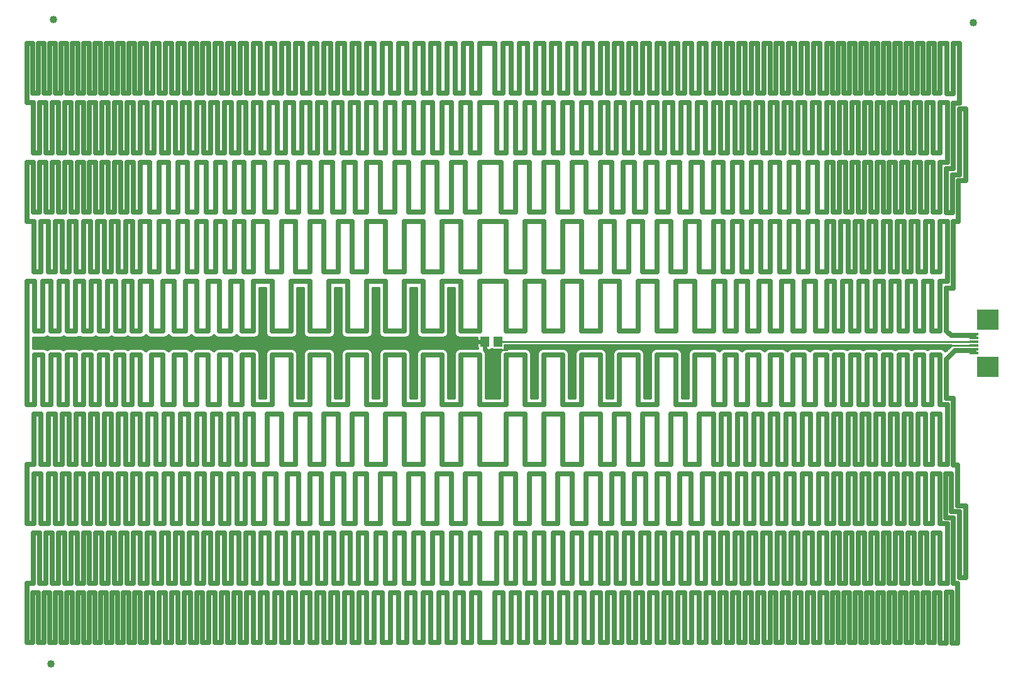
<source format=gbl>
G75*
%MOIN*%
%OFA0B0*%
%FSLAX25Y25*%
%IPPOS*%
%LPD*%
%AMOC8*
5,1,8,0,0,1.08239X$1,22.5*
%
%ADD10C,0.04000*%
%ADD11R,0.04650X0.05425*%
%ADD12R,0.04724X0.01181*%
%ADD13R,0.11811X0.10630*%
%ADD14C,0.01600*%
%ADD15C,0.01000*%
%ADD16C,0.02500*%
D10*
X0076091Y0059178D03*
X0077233Y0400398D03*
X0565146Y0398902D03*
D11*
X0313042Y0229769D03*
X0305955Y0229769D03*
D12*
X0565240Y0229936D03*
X0565240Y0227968D03*
X0565240Y0225999D03*
X0565240Y0224031D03*
X0565240Y0231905D03*
X0565240Y0233873D03*
D13*
X0572720Y0241472D03*
X0572720Y0216432D03*
D14*
X0552943Y0227936D02*
X0550146Y0225140D01*
X0549288Y0225998D01*
X0547947Y0226554D01*
X0542194Y0226554D01*
X0540853Y0225998D01*
X0540770Y0225916D01*
X0540688Y0225998D01*
X0539347Y0226554D01*
X0533594Y0226554D01*
X0532253Y0225998D01*
X0532170Y0225916D01*
X0532088Y0225998D01*
X0530747Y0226554D01*
X0524994Y0226554D01*
X0523653Y0225998D01*
X0523570Y0225916D01*
X0523488Y0225998D01*
X0522147Y0226554D01*
X0516494Y0226554D01*
X0515153Y0225998D01*
X0515120Y0225966D01*
X0515088Y0225998D01*
X0513747Y0226554D01*
X0507994Y0226554D01*
X0506653Y0225998D01*
X0506570Y0225916D01*
X0506488Y0225998D01*
X0505147Y0226554D01*
X0499394Y0226554D01*
X0498053Y0225998D01*
X0497970Y0225916D01*
X0497888Y0225998D01*
X0496547Y0226554D01*
X0490794Y0226554D01*
X0489453Y0225998D01*
X0489370Y0225916D01*
X0489288Y0225998D01*
X0487947Y0226554D01*
X0480494Y0226554D01*
X0479153Y0225998D01*
X0478220Y0225066D01*
X0477288Y0225998D01*
X0475947Y0226554D01*
X0468494Y0226554D01*
X0467153Y0225998D01*
X0466220Y0225066D01*
X0465288Y0225998D01*
X0463947Y0226554D01*
X0456494Y0226554D01*
X0455153Y0225998D01*
X0454220Y0225066D01*
X0453288Y0225998D01*
X0451947Y0226554D01*
X0444494Y0226554D01*
X0443153Y0225998D01*
X0442220Y0225066D01*
X0441288Y0225998D01*
X0439947Y0226554D01*
X0432494Y0226554D01*
X0431153Y0225998D01*
X0430220Y0225066D01*
X0429288Y0225998D01*
X0427947Y0226554D01*
X0416494Y0226554D01*
X0415153Y0225998D01*
X0414126Y0224971D01*
X0413570Y0223630D01*
X0413570Y0200054D01*
X0410870Y0200054D01*
X0410870Y0223630D01*
X0410315Y0224971D01*
X0409288Y0225998D01*
X0407947Y0226554D01*
X0396494Y0226554D01*
X0395153Y0225998D01*
X0394126Y0224971D01*
X0393570Y0223630D01*
X0393570Y0200054D01*
X0390870Y0200054D01*
X0390870Y0223630D01*
X0390315Y0224971D01*
X0389288Y0225998D01*
X0387947Y0226554D01*
X0376494Y0226554D01*
X0375153Y0225998D01*
X0374126Y0224971D01*
X0373570Y0223630D01*
X0373570Y0200054D01*
X0370870Y0200054D01*
X0370870Y0223630D01*
X0370315Y0224971D01*
X0369288Y0225998D01*
X0367947Y0226554D01*
X0356494Y0226554D01*
X0355153Y0225998D01*
X0354126Y0224971D01*
X0353570Y0223630D01*
X0353570Y0200054D01*
X0350870Y0200054D01*
X0350870Y0223630D01*
X0350315Y0224971D01*
X0349288Y0225998D01*
X0347947Y0226554D01*
X0336494Y0226554D01*
X0335153Y0225998D01*
X0334126Y0224971D01*
X0333570Y0223630D01*
X0333570Y0200054D01*
X0330870Y0200054D01*
X0330870Y0223630D01*
X0330315Y0224971D01*
X0329288Y0225998D01*
X0327947Y0226554D01*
X0316867Y0226554D01*
X0316867Y0227936D01*
X0552943Y0227936D01*
X0552281Y0227275D02*
X0316867Y0227275D01*
X0314711Y0225556D02*
X0314126Y0224971D01*
X0313570Y0223630D01*
X0313570Y0200054D01*
X0306870Y0200054D01*
X0306870Y0223630D01*
X0306315Y0224971D01*
X0305593Y0225694D01*
X0305593Y0229406D01*
X0306318Y0229406D01*
X0306318Y0225256D01*
X0308517Y0225256D01*
X0308975Y0225379D01*
X0309385Y0225616D01*
X0309711Y0225941D01*
X0310095Y0225556D01*
X0314711Y0225556D01*
X0313756Y0224078D02*
X0306685Y0224078D01*
X0306870Y0222479D02*
X0313570Y0222479D01*
X0313570Y0220881D02*
X0306870Y0220881D01*
X0306870Y0219282D02*
X0313570Y0219282D01*
X0313570Y0217684D02*
X0306870Y0217684D01*
X0306870Y0216085D02*
X0313570Y0216085D01*
X0313570Y0214487D02*
X0306870Y0214487D01*
X0306870Y0212888D02*
X0313570Y0212888D01*
X0313570Y0211290D02*
X0306870Y0211290D01*
X0306870Y0209691D02*
X0313570Y0209691D01*
X0313570Y0208093D02*
X0306870Y0208093D01*
X0306870Y0206494D02*
X0313570Y0206494D01*
X0313570Y0204896D02*
X0306870Y0204896D01*
X0306870Y0203297D02*
X0313570Y0203297D01*
X0313570Y0201699D02*
X0306870Y0201699D01*
X0306870Y0200100D02*
X0313570Y0200100D01*
X0330870Y0200100D02*
X0333570Y0200100D01*
X0333570Y0201699D02*
X0330870Y0201699D01*
X0330870Y0203297D02*
X0333570Y0203297D01*
X0333570Y0204896D02*
X0330870Y0204896D01*
X0330870Y0206494D02*
X0333570Y0206494D01*
X0333570Y0208093D02*
X0330870Y0208093D01*
X0330870Y0209691D02*
X0333570Y0209691D01*
X0333570Y0211290D02*
X0330870Y0211290D01*
X0330870Y0212888D02*
X0333570Y0212888D01*
X0333570Y0214487D02*
X0330870Y0214487D01*
X0330870Y0216085D02*
X0333570Y0216085D01*
X0333570Y0217684D02*
X0330870Y0217684D01*
X0330870Y0219282D02*
X0333570Y0219282D01*
X0333570Y0220881D02*
X0330870Y0220881D01*
X0330870Y0222479D02*
X0333570Y0222479D01*
X0333756Y0224078D02*
X0330685Y0224078D01*
X0329610Y0225676D02*
X0334831Y0225676D01*
X0349610Y0225676D02*
X0354831Y0225676D01*
X0353756Y0224078D02*
X0350685Y0224078D01*
X0350870Y0222479D02*
X0353570Y0222479D01*
X0353570Y0220881D02*
X0350870Y0220881D01*
X0350870Y0219282D02*
X0353570Y0219282D01*
X0353570Y0217684D02*
X0350870Y0217684D01*
X0350870Y0216085D02*
X0353570Y0216085D01*
X0353570Y0214487D02*
X0350870Y0214487D01*
X0350870Y0212888D02*
X0353570Y0212888D01*
X0353570Y0211290D02*
X0350870Y0211290D01*
X0350870Y0209691D02*
X0353570Y0209691D01*
X0353570Y0208093D02*
X0350870Y0208093D01*
X0350870Y0206494D02*
X0353570Y0206494D01*
X0353570Y0204896D02*
X0350870Y0204896D01*
X0350870Y0203297D02*
X0353570Y0203297D01*
X0353570Y0201699D02*
X0350870Y0201699D01*
X0350870Y0200100D02*
X0353570Y0200100D01*
X0370870Y0200100D02*
X0373570Y0200100D01*
X0373570Y0201699D02*
X0370870Y0201699D01*
X0370870Y0203297D02*
X0373570Y0203297D01*
X0373570Y0204896D02*
X0370870Y0204896D01*
X0370870Y0206494D02*
X0373570Y0206494D01*
X0373570Y0208093D02*
X0370870Y0208093D01*
X0370870Y0209691D02*
X0373570Y0209691D01*
X0373570Y0211290D02*
X0370870Y0211290D01*
X0370870Y0212888D02*
X0373570Y0212888D01*
X0373570Y0214487D02*
X0370870Y0214487D01*
X0370870Y0216085D02*
X0373570Y0216085D01*
X0373570Y0217684D02*
X0370870Y0217684D01*
X0370870Y0219282D02*
X0373570Y0219282D01*
X0373570Y0220881D02*
X0370870Y0220881D01*
X0370870Y0222479D02*
X0373570Y0222479D01*
X0373756Y0224078D02*
X0370685Y0224078D01*
X0369610Y0225676D02*
X0374831Y0225676D01*
X0389610Y0225676D02*
X0394831Y0225676D01*
X0393756Y0224078D02*
X0390685Y0224078D01*
X0390870Y0222479D02*
X0393570Y0222479D01*
X0393570Y0220881D02*
X0390870Y0220881D01*
X0390870Y0219282D02*
X0393570Y0219282D01*
X0393570Y0217684D02*
X0390870Y0217684D01*
X0390870Y0216085D02*
X0393570Y0216085D01*
X0393570Y0214487D02*
X0390870Y0214487D01*
X0390870Y0212888D02*
X0393570Y0212888D01*
X0393570Y0211290D02*
X0390870Y0211290D01*
X0390870Y0209691D02*
X0393570Y0209691D01*
X0393570Y0208093D02*
X0390870Y0208093D01*
X0390870Y0206494D02*
X0393570Y0206494D01*
X0393570Y0204896D02*
X0390870Y0204896D01*
X0390870Y0203297D02*
X0393570Y0203297D01*
X0393570Y0201699D02*
X0390870Y0201699D01*
X0390870Y0200100D02*
X0393570Y0200100D01*
X0410870Y0200100D02*
X0413570Y0200100D01*
X0413570Y0201699D02*
X0410870Y0201699D01*
X0410870Y0203297D02*
X0413570Y0203297D01*
X0413570Y0204896D02*
X0410870Y0204896D01*
X0410870Y0206494D02*
X0413570Y0206494D01*
X0413570Y0208093D02*
X0410870Y0208093D01*
X0410870Y0209691D02*
X0413570Y0209691D01*
X0413570Y0211290D02*
X0410870Y0211290D01*
X0410870Y0212888D02*
X0413570Y0212888D01*
X0413570Y0214487D02*
X0410870Y0214487D01*
X0410870Y0216085D02*
X0413570Y0216085D01*
X0413570Y0217684D02*
X0410870Y0217684D01*
X0410870Y0219282D02*
X0413570Y0219282D01*
X0413570Y0220881D02*
X0410870Y0220881D01*
X0410870Y0222479D02*
X0413570Y0222479D01*
X0413756Y0224078D02*
X0410685Y0224078D01*
X0409610Y0225676D02*
X0414831Y0225676D01*
X0429610Y0225676D02*
X0430831Y0225676D01*
X0441610Y0225676D02*
X0442831Y0225676D01*
X0453610Y0225676D02*
X0454831Y0225676D01*
X0465610Y0225676D02*
X0466831Y0225676D01*
X0477610Y0225676D02*
X0478831Y0225676D01*
X0549610Y0225676D02*
X0550683Y0225676D01*
X0309975Y0225676D02*
X0309446Y0225676D01*
X0306318Y0225676D02*
X0305610Y0225676D01*
X0305593Y0227275D02*
X0306318Y0227275D01*
X0306318Y0228873D02*
X0305593Y0228873D01*
X0305593Y0229406D02*
X0301830Y0229406D01*
X0301830Y0226819D01*
X0301901Y0226554D01*
X0292494Y0226554D01*
X0291153Y0225998D01*
X0290126Y0224971D01*
X0289570Y0223630D01*
X0289570Y0200054D01*
X0286870Y0200054D01*
X0286870Y0223630D01*
X0286315Y0224971D01*
X0285288Y0225998D01*
X0283947Y0226554D01*
X0272494Y0226554D01*
X0271153Y0225998D01*
X0270126Y0224971D01*
X0269570Y0223630D01*
X0269570Y0200054D01*
X0266870Y0200054D01*
X0266870Y0223630D01*
X0266315Y0224971D01*
X0265288Y0225998D01*
X0263947Y0226554D01*
X0252494Y0226554D01*
X0251153Y0225998D01*
X0250126Y0224971D01*
X0249570Y0223630D01*
X0249570Y0200054D01*
X0246870Y0200054D01*
X0246870Y0223630D01*
X0246315Y0224971D01*
X0245288Y0225998D01*
X0243947Y0226554D01*
X0232494Y0226554D01*
X0231153Y0225998D01*
X0230126Y0224971D01*
X0229570Y0223630D01*
X0229570Y0200054D01*
X0226870Y0200054D01*
X0226870Y0223630D01*
X0226315Y0224971D01*
X0225288Y0225998D01*
X0223947Y0226554D01*
X0212494Y0226554D01*
X0211153Y0225998D01*
X0210126Y0224971D01*
X0209570Y0223630D01*
X0209570Y0200054D01*
X0206870Y0200054D01*
X0206870Y0223630D01*
X0206315Y0224971D01*
X0205288Y0225998D01*
X0203947Y0226554D01*
X0192494Y0226554D01*
X0191153Y0225998D01*
X0190126Y0224971D01*
X0189570Y0223630D01*
X0189570Y0200054D01*
X0186870Y0200054D01*
X0186870Y0223630D01*
X0186315Y0224971D01*
X0185288Y0225998D01*
X0183947Y0226554D01*
X0176494Y0226554D01*
X0175153Y0225998D01*
X0174220Y0225066D01*
X0173288Y0225998D01*
X0171947Y0226554D01*
X0164494Y0226554D01*
X0163153Y0225998D01*
X0162220Y0225066D01*
X0161288Y0225998D01*
X0159947Y0226554D01*
X0152494Y0226554D01*
X0151153Y0225998D01*
X0150220Y0225066D01*
X0149288Y0225998D01*
X0147947Y0226554D01*
X0140494Y0226554D01*
X0139153Y0225998D01*
X0138220Y0225066D01*
X0137288Y0225998D01*
X0135947Y0226554D01*
X0128494Y0226554D01*
X0127153Y0225998D01*
X0126220Y0225066D01*
X0125288Y0225998D01*
X0123947Y0226554D01*
X0118194Y0226554D01*
X0116853Y0225998D01*
X0116770Y0225916D01*
X0116688Y0225998D01*
X0115347Y0226554D01*
X0109594Y0226554D01*
X0108253Y0225998D01*
X0108170Y0225916D01*
X0108088Y0225998D01*
X0106747Y0226554D01*
X0100994Y0226554D01*
X0099653Y0225998D01*
X0099570Y0225916D01*
X0099488Y0225998D01*
X0098147Y0226554D01*
X0092494Y0226554D01*
X0091153Y0225998D01*
X0091120Y0225966D01*
X0091088Y0225998D01*
X0089747Y0226554D01*
X0083994Y0226554D01*
X0082653Y0225998D01*
X0082570Y0225916D01*
X0082488Y0225998D01*
X0081147Y0226554D01*
X0075394Y0226554D01*
X0074053Y0225998D01*
X0073970Y0225916D01*
X0073888Y0225998D01*
X0072547Y0226554D01*
X0066870Y0226554D01*
X0066870Y0231754D01*
X0072547Y0231754D01*
X0073888Y0232310D01*
X0073970Y0232392D01*
X0074053Y0232310D01*
X0075394Y0231754D01*
X0081147Y0231754D01*
X0082488Y0232310D01*
X0082570Y0232392D01*
X0082653Y0232310D01*
X0083994Y0231754D01*
X0089747Y0231754D01*
X0091088Y0232310D01*
X0091120Y0232342D01*
X0091153Y0232310D01*
X0092494Y0231754D01*
X0098147Y0231754D01*
X0099488Y0232310D01*
X0099570Y0232392D01*
X0099653Y0232310D01*
X0100994Y0231754D01*
X0106747Y0231754D01*
X0108088Y0232310D01*
X0108170Y0232392D01*
X0108253Y0232310D01*
X0109594Y0231754D01*
X0115347Y0231754D01*
X0116688Y0232310D01*
X0116770Y0232392D01*
X0116853Y0232310D01*
X0118194Y0231754D01*
X0123947Y0231754D01*
X0125288Y0232310D01*
X0126220Y0233242D01*
X0127153Y0232310D01*
X0128494Y0231754D01*
X0135947Y0231754D01*
X0137288Y0232310D01*
X0138220Y0233242D01*
X0139153Y0232310D01*
X0140494Y0231754D01*
X0147947Y0231754D01*
X0149288Y0232310D01*
X0150220Y0233242D01*
X0151153Y0232310D01*
X0152494Y0231754D01*
X0159947Y0231754D01*
X0161288Y0232310D01*
X0162220Y0233242D01*
X0163153Y0232310D01*
X0164494Y0231754D01*
X0171947Y0231754D01*
X0173288Y0232310D01*
X0174220Y0233242D01*
X0175153Y0232310D01*
X0176494Y0231754D01*
X0183947Y0231754D01*
X0185288Y0232310D01*
X0186315Y0233336D01*
X0186870Y0234678D01*
X0186870Y0258254D01*
X0189570Y0258254D01*
X0189570Y0234678D01*
X0190126Y0233336D01*
X0191153Y0232310D01*
X0192494Y0231754D01*
X0203947Y0231754D01*
X0205288Y0232310D01*
X0206315Y0233336D01*
X0206870Y0234678D01*
X0206870Y0258254D01*
X0209570Y0258254D01*
X0209570Y0234678D01*
X0210126Y0233336D01*
X0211153Y0232310D01*
X0212494Y0231754D01*
X0223947Y0231754D01*
X0225288Y0232310D01*
X0226315Y0233336D01*
X0226870Y0234678D01*
X0226870Y0258254D01*
X0229570Y0258254D01*
X0229570Y0234678D01*
X0230126Y0233336D01*
X0231153Y0232310D01*
X0232494Y0231754D01*
X0243947Y0231754D01*
X0245288Y0232310D01*
X0246315Y0233336D01*
X0246870Y0234678D01*
X0246870Y0258254D01*
X0249570Y0258254D01*
X0249570Y0234678D01*
X0250126Y0233336D01*
X0251153Y0232310D01*
X0252494Y0231754D01*
X0263947Y0231754D01*
X0265288Y0232310D01*
X0266315Y0233336D01*
X0266870Y0234678D01*
X0266870Y0258254D01*
X0269570Y0258254D01*
X0269570Y0234678D01*
X0270126Y0233336D01*
X0271153Y0232310D01*
X0272494Y0231754D01*
X0283947Y0231754D01*
X0285288Y0232310D01*
X0286315Y0233336D01*
X0286870Y0234678D01*
X0286870Y0258254D01*
X0289570Y0258254D01*
X0289570Y0234678D01*
X0290126Y0233336D01*
X0291153Y0232310D01*
X0292494Y0231754D01*
X0301830Y0231754D01*
X0301830Y0230131D01*
X0305593Y0230131D01*
X0305593Y0229406D01*
X0301830Y0228873D02*
X0066870Y0228873D01*
X0066870Y0227275D02*
X0301830Y0227275D01*
X0301830Y0230472D02*
X0066870Y0230472D01*
X0073310Y0232070D02*
X0074631Y0232070D01*
X0081910Y0232070D02*
X0083231Y0232070D01*
X0090510Y0232070D02*
X0091731Y0232070D01*
X0098910Y0232070D02*
X0100231Y0232070D01*
X0107510Y0232070D02*
X0108831Y0232070D01*
X0116110Y0232070D02*
X0117431Y0232070D01*
X0124710Y0232070D02*
X0127731Y0232070D01*
X0126831Y0225676D02*
X0125610Y0225676D01*
X0137610Y0225676D02*
X0138831Y0225676D01*
X0139731Y0232070D02*
X0136710Y0232070D01*
X0148710Y0232070D02*
X0151731Y0232070D01*
X0150831Y0225676D02*
X0149610Y0225676D01*
X0161610Y0225676D02*
X0162831Y0225676D01*
X0163731Y0232070D02*
X0160710Y0232070D01*
X0172710Y0232070D02*
X0175731Y0232070D01*
X0174831Y0225676D02*
X0173610Y0225676D01*
X0185610Y0225676D02*
X0190831Y0225676D01*
X0189756Y0224078D02*
X0186685Y0224078D01*
X0186870Y0222479D02*
X0189570Y0222479D01*
X0189570Y0220881D02*
X0186870Y0220881D01*
X0186870Y0219282D02*
X0189570Y0219282D01*
X0189570Y0217684D02*
X0186870Y0217684D01*
X0186870Y0216085D02*
X0189570Y0216085D01*
X0189570Y0214487D02*
X0186870Y0214487D01*
X0186870Y0212888D02*
X0189570Y0212888D01*
X0189570Y0211290D02*
X0186870Y0211290D01*
X0186870Y0209691D02*
X0189570Y0209691D01*
X0189570Y0208093D02*
X0186870Y0208093D01*
X0186870Y0206494D02*
X0189570Y0206494D01*
X0189570Y0204896D02*
X0186870Y0204896D01*
X0186870Y0203297D02*
X0189570Y0203297D01*
X0189570Y0201699D02*
X0186870Y0201699D01*
X0186870Y0200100D02*
X0189570Y0200100D01*
X0206870Y0200100D02*
X0209570Y0200100D01*
X0209570Y0201699D02*
X0206870Y0201699D01*
X0206870Y0203297D02*
X0209570Y0203297D01*
X0209570Y0204896D02*
X0206870Y0204896D01*
X0206870Y0206494D02*
X0209570Y0206494D01*
X0209570Y0208093D02*
X0206870Y0208093D01*
X0206870Y0209691D02*
X0209570Y0209691D01*
X0209570Y0211290D02*
X0206870Y0211290D01*
X0206870Y0212888D02*
X0209570Y0212888D01*
X0209570Y0214487D02*
X0206870Y0214487D01*
X0206870Y0216085D02*
X0209570Y0216085D01*
X0209570Y0217684D02*
X0206870Y0217684D01*
X0206870Y0219282D02*
X0209570Y0219282D01*
X0209570Y0220881D02*
X0206870Y0220881D01*
X0206870Y0222479D02*
X0209570Y0222479D01*
X0209756Y0224078D02*
X0206685Y0224078D01*
X0205610Y0225676D02*
X0210831Y0225676D01*
X0211731Y0232070D02*
X0204710Y0232070D01*
X0206453Y0233669D02*
X0209988Y0233669D01*
X0209570Y0235267D02*
X0206870Y0235267D01*
X0206870Y0236866D02*
X0209570Y0236866D01*
X0209570Y0238464D02*
X0206870Y0238464D01*
X0206870Y0240063D02*
X0209570Y0240063D01*
X0209570Y0241661D02*
X0206870Y0241661D01*
X0206870Y0243260D02*
X0209570Y0243260D01*
X0209570Y0244858D02*
X0206870Y0244858D01*
X0206870Y0246457D02*
X0209570Y0246457D01*
X0209570Y0248055D02*
X0206870Y0248055D01*
X0206870Y0249654D02*
X0209570Y0249654D01*
X0209570Y0251252D02*
X0206870Y0251252D01*
X0206870Y0252851D02*
X0209570Y0252851D01*
X0209570Y0254450D02*
X0206870Y0254450D01*
X0206870Y0256048D02*
X0209570Y0256048D01*
X0209570Y0257647D02*
X0206870Y0257647D01*
X0189570Y0257647D02*
X0186870Y0257647D01*
X0186870Y0256048D02*
X0189570Y0256048D01*
X0189570Y0254450D02*
X0186870Y0254450D01*
X0186870Y0252851D02*
X0189570Y0252851D01*
X0189570Y0251252D02*
X0186870Y0251252D01*
X0186870Y0249654D02*
X0189570Y0249654D01*
X0189570Y0248055D02*
X0186870Y0248055D01*
X0186870Y0246457D02*
X0189570Y0246457D01*
X0189570Y0244858D02*
X0186870Y0244858D01*
X0186870Y0243260D02*
X0189570Y0243260D01*
X0189570Y0241661D02*
X0186870Y0241661D01*
X0186870Y0240063D02*
X0189570Y0240063D01*
X0189570Y0238464D02*
X0186870Y0238464D01*
X0186870Y0236866D02*
X0189570Y0236866D01*
X0189570Y0235267D02*
X0186870Y0235267D01*
X0186453Y0233669D02*
X0189988Y0233669D01*
X0191731Y0232070D02*
X0184710Y0232070D01*
X0224710Y0232070D02*
X0231731Y0232070D01*
X0229988Y0233669D02*
X0226453Y0233669D01*
X0226870Y0235267D02*
X0229570Y0235267D01*
X0229570Y0236866D02*
X0226870Y0236866D01*
X0226870Y0238464D02*
X0229570Y0238464D01*
X0229570Y0240063D02*
X0226870Y0240063D01*
X0226870Y0241661D02*
X0229570Y0241661D01*
X0229570Y0243260D02*
X0226870Y0243260D01*
X0226870Y0244858D02*
X0229570Y0244858D01*
X0229570Y0246457D02*
X0226870Y0246457D01*
X0226870Y0248055D02*
X0229570Y0248055D01*
X0229570Y0249654D02*
X0226870Y0249654D01*
X0226870Y0251252D02*
X0229570Y0251252D01*
X0229570Y0252851D02*
X0226870Y0252851D01*
X0226870Y0254450D02*
X0229570Y0254450D01*
X0229570Y0256048D02*
X0226870Y0256048D01*
X0226870Y0257647D02*
X0229570Y0257647D01*
X0246870Y0257647D02*
X0249570Y0257647D01*
X0249570Y0256048D02*
X0246870Y0256048D01*
X0246870Y0254450D02*
X0249570Y0254450D01*
X0249570Y0252851D02*
X0246870Y0252851D01*
X0246870Y0251252D02*
X0249570Y0251252D01*
X0249570Y0249654D02*
X0246870Y0249654D01*
X0246870Y0248055D02*
X0249570Y0248055D01*
X0249570Y0246457D02*
X0246870Y0246457D01*
X0246870Y0244858D02*
X0249570Y0244858D01*
X0249570Y0243260D02*
X0246870Y0243260D01*
X0246870Y0241661D02*
X0249570Y0241661D01*
X0249570Y0240063D02*
X0246870Y0240063D01*
X0246870Y0238464D02*
X0249570Y0238464D01*
X0249570Y0236866D02*
X0246870Y0236866D01*
X0246870Y0235267D02*
X0249570Y0235267D01*
X0249988Y0233669D02*
X0246453Y0233669D01*
X0244710Y0232070D02*
X0251731Y0232070D01*
X0250831Y0225676D02*
X0245610Y0225676D01*
X0246685Y0224078D02*
X0249756Y0224078D01*
X0249570Y0222479D02*
X0246870Y0222479D01*
X0246870Y0220881D02*
X0249570Y0220881D01*
X0249570Y0219282D02*
X0246870Y0219282D01*
X0246870Y0217684D02*
X0249570Y0217684D01*
X0249570Y0216085D02*
X0246870Y0216085D01*
X0246870Y0214487D02*
X0249570Y0214487D01*
X0249570Y0212888D02*
X0246870Y0212888D01*
X0246870Y0211290D02*
X0249570Y0211290D01*
X0249570Y0209691D02*
X0246870Y0209691D01*
X0246870Y0208093D02*
X0249570Y0208093D01*
X0249570Y0206494D02*
X0246870Y0206494D01*
X0246870Y0204896D02*
X0249570Y0204896D01*
X0249570Y0203297D02*
X0246870Y0203297D01*
X0246870Y0201699D02*
X0249570Y0201699D01*
X0249570Y0200100D02*
X0246870Y0200100D01*
X0229570Y0200100D02*
X0226870Y0200100D01*
X0226870Y0201699D02*
X0229570Y0201699D01*
X0229570Y0203297D02*
X0226870Y0203297D01*
X0226870Y0204896D02*
X0229570Y0204896D01*
X0229570Y0206494D02*
X0226870Y0206494D01*
X0226870Y0208093D02*
X0229570Y0208093D01*
X0229570Y0209691D02*
X0226870Y0209691D01*
X0226870Y0211290D02*
X0229570Y0211290D01*
X0229570Y0212888D02*
X0226870Y0212888D01*
X0226870Y0214487D02*
X0229570Y0214487D01*
X0229570Y0216085D02*
X0226870Y0216085D01*
X0226870Y0217684D02*
X0229570Y0217684D01*
X0229570Y0219282D02*
X0226870Y0219282D01*
X0226870Y0220881D02*
X0229570Y0220881D01*
X0229570Y0222479D02*
X0226870Y0222479D01*
X0226685Y0224078D02*
X0229756Y0224078D01*
X0230831Y0225676D02*
X0225610Y0225676D01*
X0264710Y0232070D02*
X0271731Y0232070D01*
X0269988Y0233669D02*
X0266453Y0233669D01*
X0266870Y0235267D02*
X0269570Y0235267D01*
X0269570Y0236866D02*
X0266870Y0236866D01*
X0266870Y0238464D02*
X0269570Y0238464D01*
X0269570Y0240063D02*
X0266870Y0240063D01*
X0266870Y0241661D02*
X0269570Y0241661D01*
X0269570Y0243260D02*
X0266870Y0243260D01*
X0266870Y0244858D02*
X0269570Y0244858D01*
X0269570Y0246457D02*
X0266870Y0246457D01*
X0266870Y0248055D02*
X0269570Y0248055D01*
X0269570Y0249654D02*
X0266870Y0249654D01*
X0266870Y0251252D02*
X0269570Y0251252D01*
X0269570Y0252851D02*
X0266870Y0252851D01*
X0266870Y0254450D02*
X0269570Y0254450D01*
X0269570Y0256048D02*
X0266870Y0256048D01*
X0266870Y0257647D02*
X0269570Y0257647D01*
X0286870Y0257647D02*
X0289570Y0257647D01*
X0289570Y0256048D02*
X0286870Y0256048D01*
X0286870Y0254450D02*
X0289570Y0254450D01*
X0289570Y0252851D02*
X0286870Y0252851D01*
X0286870Y0251252D02*
X0289570Y0251252D01*
X0289570Y0249654D02*
X0286870Y0249654D01*
X0286870Y0248055D02*
X0289570Y0248055D01*
X0289570Y0246457D02*
X0286870Y0246457D01*
X0286870Y0244858D02*
X0289570Y0244858D01*
X0289570Y0243260D02*
X0286870Y0243260D01*
X0286870Y0241661D02*
X0289570Y0241661D01*
X0289570Y0240063D02*
X0286870Y0240063D01*
X0286870Y0238464D02*
X0289570Y0238464D01*
X0289570Y0236866D02*
X0286870Y0236866D01*
X0286870Y0235267D02*
X0289570Y0235267D01*
X0289988Y0233669D02*
X0286453Y0233669D01*
X0284710Y0232070D02*
X0291731Y0232070D01*
X0290831Y0225676D02*
X0285610Y0225676D01*
X0286685Y0224078D02*
X0289756Y0224078D01*
X0289570Y0222479D02*
X0286870Y0222479D01*
X0286870Y0220881D02*
X0289570Y0220881D01*
X0289570Y0219282D02*
X0286870Y0219282D01*
X0286870Y0217684D02*
X0289570Y0217684D01*
X0289570Y0216085D02*
X0286870Y0216085D01*
X0286870Y0214487D02*
X0289570Y0214487D01*
X0289570Y0212888D02*
X0286870Y0212888D01*
X0286870Y0211290D02*
X0289570Y0211290D01*
X0289570Y0209691D02*
X0286870Y0209691D01*
X0286870Y0208093D02*
X0289570Y0208093D01*
X0289570Y0206494D02*
X0286870Y0206494D01*
X0286870Y0204896D02*
X0289570Y0204896D01*
X0289570Y0203297D02*
X0286870Y0203297D01*
X0286870Y0201699D02*
X0289570Y0201699D01*
X0289570Y0200100D02*
X0286870Y0200100D01*
X0269570Y0200100D02*
X0266870Y0200100D01*
X0266870Y0201699D02*
X0269570Y0201699D01*
X0269570Y0203297D02*
X0266870Y0203297D01*
X0266870Y0204896D02*
X0269570Y0204896D01*
X0269570Y0206494D02*
X0266870Y0206494D01*
X0266870Y0208093D02*
X0269570Y0208093D01*
X0269570Y0209691D02*
X0266870Y0209691D01*
X0266870Y0211290D02*
X0269570Y0211290D01*
X0269570Y0212888D02*
X0266870Y0212888D01*
X0266870Y0214487D02*
X0269570Y0214487D01*
X0269570Y0216085D02*
X0266870Y0216085D01*
X0266870Y0217684D02*
X0269570Y0217684D01*
X0269570Y0219282D02*
X0266870Y0219282D01*
X0266870Y0220881D02*
X0269570Y0220881D01*
X0269570Y0222479D02*
X0266870Y0222479D01*
X0266685Y0224078D02*
X0269756Y0224078D01*
X0270831Y0225676D02*
X0265610Y0225676D01*
D15*
X0305955Y0227217D02*
X0307520Y0225652D01*
X0317620Y0225652D01*
X0319020Y0227052D01*
X0551320Y0227052D01*
X0552236Y0227968D01*
X0565240Y0227968D01*
X0565240Y0229936D02*
X0313209Y0229936D01*
X0313042Y0229769D01*
X0305955Y0229769D02*
X0305955Y0227217D01*
X0565240Y0225999D02*
X0565240Y0224031D01*
X0565420Y0225152D02*
X0565240Y0225332D01*
X0565240Y0225999D01*
X0565240Y0231905D02*
X0565220Y0231905D01*
X0565220Y0233052D01*
X0565240Y0233873D02*
X0565240Y0231905D01*
D16*
X0565220Y0233052D02*
X0553420Y0233052D01*
X0550820Y0235652D01*
X0550820Y0258352D01*
X0554520Y0258352D01*
X0554520Y0293552D01*
X0557020Y0293552D01*
X0557020Y0315252D01*
X0561020Y0315252D01*
X0561020Y0353152D01*
X0557820Y0353152D01*
X0557820Y0318352D01*
X0553920Y0318352D01*
X0553920Y0298152D01*
X0550620Y0298152D01*
X0550620Y0321552D01*
X0554520Y0321552D01*
X0554520Y0356352D01*
X0557720Y0356352D01*
X0557720Y0387852D01*
X0554420Y0387852D01*
X0554420Y0361352D01*
X0550920Y0361352D01*
X0550920Y0387852D01*
X0547220Y0387852D01*
X0547220Y0361404D01*
X0544220Y0361404D01*
X0544220Y0387904D01*
X0541220Y0387904D01*
X0541220Y0361404D01*
X0538220Y0361404D01*
X0538220Y0387904D01*
X0535220Y0387904D01*
X0535220Y0361404D01*
X0532220Y0361404D01*
X0532220Y0387904D01*
X0529220Y0387904D01*
X0529220Y0361404D01*
X0526220Y0361404D01*
X0526220Y0387904D01*
X0523220Y0387904D01*
X0523220Y0361404D01*
X0520220Y0361404D01*
X0520220Y0387904D01*
X0517220Y0387904D01*
X0517220Y0361404D01*
X0514220Y0361404D01*
X0514220Y0387904D01*
X0511220Y0387904D01*
X0511220Y0361404D01*
X0508220Y0361404D01*
X0508220Y0387904D01*
X0505220Y0387904D01*
X0505220Y0361404D01*
X0502220Y0361404D01*
X0502220Y0387904D01*
X0499220Y0387904D01*
X0499220Y0361404D01*
X0496220Y0361404D01*
X0496220Y0387904D01*
X0493220Y0387904D01*
X0493220Y0361404D01*
X0490220Y0361404D01*
X0490220Y0387904D01*
X0487220Y0387904D01*
X0487220Y0361404D01*
X0483820Y0361404D01*
X0483820Y0387904D01*
X0480420Y0387904D01*
X0480420Y0361404D01*
X0477020Y0361404D01*
X0477020Y0387904D01*
X0473720Y0387904D01*
X0473720Y0361404D01*
X0470420Y0361404D01*
X0470420Y0387904D01*
X0467120Y0387904D01*
X0467120Y0361404D01*
X0463820Y0361404D01*
X0463820Y0387904D01*
X0460520Y0387904D01*
X0460520Y0361404D01*
X0457220Y0361404D01*
X0457220Y0387904D01*
X0453920Y0387904D01*
X0453920Y0361404D01*
X0450620Y0361404D01*
X0450620Y0387904D01*
X0447320Y0387904D01*
X0447320Y0361404D01*
X0444020Y0361404D01*
X0444020Y0387904D01*
X0440720Y0387904D01*
X0440720Y0361404D01*
X0437420Y0361404D01*
X0437420Y0387904D01*
X0434020Y0387904D01*
X0434020Y0361404D01*
X0430620Y0361404D01*
X0430620Y0387904D01*
X0427220Y0387904D01*
X0427220Y0361404D01*
X0423420Y0361404D01*
X0423420Y0387904D01*
X0419620Y0387904D01*
X0419620Y0361404D01*
X0415820Y0361404D01*
X0415820Y0387904D01*
X0412020Y0387904D01*
X0412020Y0361404D01*
X0408320Y0361404D01*
X0408320Y0387904D01*
X0404620Y0387904D01*
X0404620Y0361404D01*
X0400920Y0361404D01*
X0400920Y0387904D01*
X0397220Y0387904D01*
X0397220Y0361404D01*
X0393520Y0361404D01*
X0393520Y0387904D01*
X0389820Y0387904D01*
X0389820Y0361404D01*
X0386120Y0361404D01*
X0386120Y0387904D01*
X0382420Y0387904D01*
X0382420Y0361404D01*
X0378620Y0361404D01*
X0378620Y0387904D01*
X0374820Y0387904D01*
X0374820Y0361404D01*
X0371020Y0361404D01*
X0371020Y0387904D01*
X0367220Y0387904D01*
X0367220Y0361404D01*
X0362920Y0361404D01*
X0362920Y0387904D01*
X0358620Y0387904D01*
X0358620Y0361404D01*
X0354320Y0361404D01*
X0354320Y0387904D01*
X0350020Y0387904D01*
X0350020Y0361404D01*
X0345720Y0361404D01*
X0345720Y0387904D01*
X0341420Y0387904D01*
X0341420Y0361404D01*
X0337220Y0361404D01*
X0337220Y0387904D01*
X0333020Y0387904D01*
X0333020Y0361404D01*
X0328720Y0361404D01*
X0328720Y0387904D01*
X0324420Y0387904D01*
X0324420Y0361404D01*
X0320120Y0361404D01*
X0320120Y0387904D01*
X0315820Y0387904D01*
X0315820Y0361404D01*
X0311520Y0361404D01*
X0311520Y0387904D01*
X0303220Y0387904D01*
X0303220Y0361404D01*
X0298920Y0361404D01*
X0298920Y0387904D01*
X0294620Y0387904D01*
X0294620Y0361404D01*
X0290320Y0361404D01*
X0290320Y0387904D01*
X0286020Y0387904D01*
X0286020Y0361404D01*
X0281720Y0361404D01*
X0281720Y0387904D01*
X0277420Y0387904D01*
X0277420Y0361404D01*
X0273220Y0361404D01*
X0273220Y0387904D01*
X0269020Y0387904D01*
X0269020Y0361404D01*
X0264720Y0361404D01*
X0264720Y0387904D01*
X0260420Y0387904D01*
X0260420Y0361404D01*
X0256120Y0361404D01*
X0256120Y0387904D01*
X0251820Y0387904D01*
X0251820Y0361404D01*
X0247520Y0361404D01*
X0247520Y0387904D01*
X0243220Y0387904D01*
X0243220Y0361404D01*
X0239420Y0361404D01*
X0239420Y0387904D01*
X0235620Y0387904D01*
X0235620Y0361404D01*
X0231820Y0361404D01*
X0231820Y0387904D01*
X0228020Y0387904D01*
X0228020Y0361404D01*
X0224320Y0361404D01*
X0224320Y0387904D01*
X0220620Y0387904D01*
X0220620Y0361404D01*
X0216920Y0361404D01*
X0216920Y0387904D01*
X0213220Y0387904D01*
X0213220Y0361404D01*
X0209520Y0361404D01*
X0209520Y0387904D01*
X0205820Y0387904D01*
X0205820Y0361404D01*
X0202120Y0361404D01*
X0202120Y0387904D01*
X0198420Y0387904D01*
X0198420Y0361404D01*
X0194620Y0361404D01*
X0194620Y0387904D01*
X0190820Y0387904D01*
X0190820Y0361404D01*
X0187020Y0361404D01*
X0187020Y0387904D01*
X0183220Y0387904D01*
X0183220Y0361404D01*
X0179820Y0361404D01*
X0179820Y0387904D01*
X0176420Y0387904D01*
X0176420Y0361404D01*
X0173020Y0361404D01*
X0173020Y0387904D01*
X0169720Y0387904D01*
X0169720Y0361404D01*
X0166420Y0361404D01*
X0166420Y0387904D01*
X0163120Y0387904D01*
X0163120Y0361404D01*
X0159820Y0361404D01*
X0159820Y0387904D01*
X0156520Y0387904D01*
X0156520Y0361404D01*
X0153220Y0361404D01*
X0153220Y0387904D01*
X0149920Y0387904D01*
X0149920Y0361404D01*
X0146620Y0361404D01*
X0146620Y0387904D01*
X0143320Y0387904D01*
X0143320Y0361404D01*
X0140020Y0361404D01*
X0140020Y0387904D01*
X0136720Y0387904D01*
X0136720Y0361404D01*
X0133420Y0361404D01*
X0133420Y0387904D01*
X0130020Y0387904D01*
X0130020Y0361404D01*
X0126620Y0361404D01*
X0126620Y0387904D01*
X0123220Y0387904D01*
X0123220Y0361404D01*
X0120220Y0361404D01*
X0120220Y0387904D01*
X0117220Y0387904D01*
X0117220Y0361404D01*
X0114220Y0361404D01*
X0114220Y0387904D01*
X0111220Y0387904D01*
X0111220Y0361404D01*
X0108220Y0361404D01*
X0108220Y0387904D01*
X0105220Y0387904D01*
X0105220Y0361404D01*
X0102220Y0361404D01*
X0102220Y0387904D01*
X0099220Y0387904D01*
X0099220Y0361404D01*
X0096220Y0361404D01*
X0096220Y0387904D01*
X0093220Y0387904D01*
X0093220Y0361404D01*
X0090220Y0361404D01*
X0090220Y0387904D01*
X0087220Y0387904D01*
X0087220Y0361404D01*
X0084220Y0361404D01*
X0084220Y0387904D01*
X0081220Y0387904D01*
X0081220Y0361404D01*
X0078220Y0361404D01*
X0078220Y0387904D01*
X0075220Y0387904D01*
X0075220Y0361404D01*
X0072220Y0361404D01*
X0072220Y0387904D01*
X0069220Y0387904D01*
X0069220Y0361404D01*
X0066220Y0361404D01*
X0066220Y0387904D01*
X0063220Y0387904D01*
X0063220Y0356404D01*
X0066620Y0356404D01*
X0066620Y0329904D01*
X0070020Y0329904D01*
X0070020Y0356404D01*
X0073420Y0356404D01*
X0073420Y0329904D01*
X0076720Y0329904D01*
X0076720Y0356404D01*
X0080020Y0356404D01*
X0080020Y0329904D01*
X0083320Y0329904D01*
X0083320Y0356404D01*
X0086620Y0356404D01*
X0086620Y0329904D01*
X0089920Y0329904D01*
X0089920Y0356404D01*
X0093220Y0356404D01*
X0093220Y0329904D01*
X0096520Y0329904D01*
X0096520Y0356404D01*
X0099820Y0356404D01*
X0099820Y0329904D01*
X0103120Y0329904D01*
X0103120Y0356404D01*
X0106420Y0356404D01*
X0106420Y0329904D01*
X0109720Y0329904D01*
X0109720Y0356404D01*
X0113020Y0356404D01*
X0113020Y0329904D01*
X0116420Y0329904D01*
X0116420Y0356404D01*
X0119820Y0356404D01*
X0119820Y0329904D01*
X0123220Y0329904D01*
X0123220Y0356404D01*
X0127020Y0356404D01*
X0127020Y0329904D01*
X0130820Y0329904D01*
X0130820Y0356404D01*
X0134620Y0356404D01*
X0134620Y0329904D01*
X0138420Y0329904D01*
X0138420Y0356404D01*
X0142120Y0356404D01*
X0142120Y0329904D01*
X0145820Y0329904D01*
X0145820Y0356404D01*
X0149520Y0356404D01*
X0149520Y0329904D01*
X0153220Y0329904D01*
X0153220Y0356404D01*
X0156920Y0356404D01*
X0156920Y0329904D01*
X0160620Y0329904D01*
X0160620Y0356404D01*
X0164320Y0356404D01*
X0164320Y0329904D01*
X0168020Y0329904D01*
X0168020Y0356404D01*
X0171820Y0356404D01*
X0171820Y0329904D01*
X0175620Y0329904D01*
X0175620Y0356404D01*
X0179420Y0356404D01*
X0179420Y0329904D01*
X0183220Y0329904D01*
X0183220Y0356404D01*
X0187520Y0356404D01*
X0187520Y0329904D01*
X0191820Y0329904D01*
X0191820Y0356404D01*
X0196120Y0356404D01*
X0196120Y0329904D01*
X0200420Y0329904D01*
X0200420Y0356404D01*
X0204720Y0356404D01*
X0204720Y0329904D01*
X0209020Y0329904D01*
X0209020Y0356404D01*
X0213220Y0356404D01*
X0213220Y0329904D01*
X0217420Y0329904D01*
X0217420Y0356404D01*
X0221720Y0356404D01*
X0221720Y0329904D01*
X0226020Y0329904D01*
X0226020Y0356404D01*
X0230320Y0356404D01*
X0230320Y0329904D01*
X0234620Y0329904D01*
X0234620Y0356404D01*
X0238920Y0356404D01*
X0238920Y0329904D01*
X0243220Y0329904D01*
X0243220Y0356404D01*
X0248220Y0356404D01*
X0248220Y0329904D01*
X0253220Y0329904D01*
X0253220Y0356404D01*
X0258220Y0356404D01*
X0258220Y0329904D01*
X0263220Y0329904D01*
X0263220Y0356404D01*
X0268220Y0356404D01*
X0268220Y0329904D01*
X0273220Y0329904D01*
X0273220Y0356404D01*
X0278220Y0356404D01*
X0278220Y0329904D01*
X0283220Y0329904D01*
X0283220Y0356404D01*
X0288220Y0356404D01*
X0288220Y0329904D01*
X0293220Y0329904D01*
X0293220Y0356404D01*
X0298220Y0356404D01*
X0298220Y0329904D01*
X0303220Y0329904D01*
X0303220Y0356404D01*
X0312220Y0356404D01*
X0312220Y0329904D01*
X0317220Y0329904D01*
X0317220Y0356404D01*
X0322220Y0356404D01*
X0322220Y0329904D01*
X0327220Y0329904D01*
X0327220Y0356404D01*
X0332220Y0356404D01*
X0332220Y0329904D01*
X0337220Y0329904D01*
X0337220Y0356404D01*
X0342220Y0356404D01*
X0342220Y0329904D01*
X0347220Y0329904D01*
X0347220Y0356404D01*
X0352220Y0356404D01*
X0352220Y0329904D01*
X0357220Y0329904D01*
X0357220Y0356404D01*
X0362220Y0356404D01*
X0362220Y0329904D01*
X0367220Y0329904D01*
X0367220Y0356404D01*
X0371520Y0356404D01*
X0371520Y0329904D01*
X0375820Y0329904D01*
X0375820Y0356404D01*
X0380120Y0356404D01*
X0380120Y0329904D01*
X0384420Y0329904D01*
X0384420Y0356404D01*
X0388720Y0356404D01*
X0388720Y0329904D01*
X0393020Y0329904D01*
X0393020Y0356404D01*
X0397220Y0356404D01*
X0397220Y0329904D01*
X0401420Y0329904D01*
X0401420Y0356404D01*
X0405720Y0356404D01*
X0405720Y0329904D01*
X0410020Y0329904D01*
X0410020Y0356404D01*
X0414320Y0356404D01*
X0414320Y0329904D01*
X0418620Y0329904D01*
X0418620Y0356404D01*
X0422920Y0356404D01*
X0422920Y0329904D01*
X0427220Y0329904D01*
X0427220Y0356404D01*
X0431020Y0356404D01*
X0431020Y0329904D01*
X0434820Y0329904D01*
X0434820Y0356404D01*
X0438620Y0356404D01*
X0438620Y0329904D01*
X0442420Y0329904D01*
X0442420Y0356404D01*
X0446120Y0356404D01*
X0446120Y0329904D01*
X0449820Y0329904D01*
X0449820Y0356404D01*
X0453520Y0356404D01*
X0453520Y0329904D01*
X0457220Y0329904D01*
X0457220Y0356404D01*
X0460920Y0356404D01*
X0460920Y0329904D01*
X0464620Y0329904D01*
X0464620Y0356404D01*
X0468320Y0356404D01*
X0468320Y0329904D01*
X0472020Y0329904D01*
X0472020Y0356404D01*
X0475820Y0356404D01*
X0475820Y0329904D01*
X0479620Y0329904D01*
X0479620Y0356404D01*
X0483420Y0356404D01*
X0483420Y0329904D01*
X0487220Y0329904D01*
X0487220Y0356404D01*
X0490620Y0356404D01*
X0490620Y0329904D01*
X0494020Y0329904D01*
X0494020Y0356404D01*
X0497420Y0356404D01*
X0497420Y0329904D01*
X0500720Y0329904D01*
X0500720Y0356404D01*
X0504020Y0356404D01*
X0504020Y0329904D01*
X0507320Y0329904D01*
X0507320Y0356404D01*
X0510620Y0356404D01*
X0510620Y0329904D01*
X0513920Y0329904D01*
X0513920Y0356404D01*
X0517220Y0356404D01*
X0517220Y0329904D01*
X0520520Y0329904D01*
X0520520Y0356404D01*
X0523820Y0356404D01*
X0523820Y0329904D01*
X0527120Y0329904D01*
X0527120Y0356404D01*
X0530420Y0356404D01*
X0530420Y0329904D01*
X0533720Y0329904D01*
X0533720Y0356404D01*
X0537020Y0356404D01*
X0537020Y0329904D01*
X0540420Y0329904D01*
X0540420Y0356404D01*
X0543820Y0356404D01*
X0543820Y0329904D01*
X0547220Y0329904D01*
X0547220Y0356404D01*
X0551220Y0356404D01*
X0551220Y0324904D01*
X0547220Y0324904D01*
X0547220Y0298404D01*
X0543820Y0298404D01*
X0543820Y0324904D01*
X0540420Y0324904D01*
X0540420Y0298404D01*
X0537020Y0298404D01*
X0537020Y0324904D01*
X0533720Y0324904D01*
X0533720Y0298404D01*
X0530420Y0298404D01*
X0530420Y0324904D01*
X0527120Y0324904D01*
X0527120Y0298404D01*
X0523820Y0298404D01*
X0523820Y0324904D01*
X0520520Y0324904D01*
X0520520Y0298404D01*
X0517220Y0298404D01*
X0517220Y0324904D01*
X0513920Y0324904D01*
X0513920Y0298404D01*
X0510620Y0298404D01*
X0510620Y0324904D01*
X0507320Y0324904D01*
X0507320Y0298404D01*
X0504020Y0298404D01*
X0504020Y0324904D01*
X0500720Y0324904D01*
X0500720Y0298404D01*
X0497420Y0298404D01*
X0497420Y0324904D01*
X0494020Y0324904D01*
X0494020Y0298404D01*
X0490620Y0298404D01*
X0490620Y0324904D01*
X0487220Y0324904D01*
X0487220Y0298404D01*
X0482220Y0298404D01*
X0482220Y0324904D01*
X0477220Y0324904D01*
X0477220Y0298404D01*
X0472220Y0298404D01*
X0472220Y0324904D01*
X0467220Y0324904D01*
X0467220Y0298404D01*
X0462220Y0298404D01*
X0462220Y0324904D01*
X0457220Y0324904D01*
X0457220Y0298404D01*
X0452220Y0298404D01*
X0452220Y0324904D01*
X0447220Y0324904D01*
X0447220Y0298404D01*
X0442220Y0298404D01*
X0442220Y0324904D01*
X0437220Y0324904D01*
X0437220Y0298404D01*
X0432220Y0298404D01*
X0432220Y0324904D01*
X0427220Y0324904D01*
X0427220Y0298404D01*
X0421220Y0298404D01*
X0421220Y0324904D01*
X0415220Y0324904D01*
X0415220Y0298404D01*
X0409220Y0298404D01*
X0409220Y0324904D01*
X0403220Y0324904D01*
X0403220Y0298404D01*
X0397220Y0298404D01*
X0397220Y0324904D01*
X0391220Y0324904D01*
X0391220Y0298404D01*
X0385220Y0298404D01*
X0385220Y0324904D01*
X0379220Y0324904D01*
X0379220Y0298404D01*
X0373220Y0298404D01*
X0373220Y0324904D01*
X0367220Y0324904D01*
X0367220Y0298404D01*
X0359720Y0298404D01*
X0359720Y0324904D01*
X0352220Y0324904D01*
X0352220Y0298404D01*
X0344720Y0298404D01*
X0344720Y0324904D01*
X0337220Y0324904D01*
X0337220Y0298404D01*
X0329720Y0298404D01*
X0329720Y0324904D01*
X0322220Y0324904D01*
X0322220Y0298404D01*
X0314720Y0298404D01*
X0314720Y0324904D01*
X0303220Y0324904D01*
X0303220Y0298404D01*
X0295720Y0298404D01*
X0295720Y0324904D01*
X0288220Y0324904D01*
X0288220Y0298404D01*
X0280720Y0298404D01*
X0280720Y0324904D01*
X0273220Y0324904D01*
X0273220Y0298404D01*
X0265720Y0298404D01*
X0265720Y0324904D01*
X0258220Y0324904D01*
X0258220Y0298404D01*
X0250720Y0298404D01*
X0250720Y0324904D01*
X0243220Y0324904D01*
X0243220Y0298404D01*
X0237220Y0298404D01*
X0237220Y0324904D01*
X0231220Y0324904D01*
X0231220Y0298404D01*
X0225220Y0298404D01*
X0225220Y0324904D01*
X0219220Y0324904D01*
X0219220Y0298404D01*
X0213220Y0298404D01*
X0213220Y0324904D01*
X0207220Y0324904D01*
X0207220Y0298404D01*
X0201220Y0298404D01*
X0201220Y0324904D01*
X0195220Y0324904D01*
X0195220Y0298404D01*
X0189220Y0298404D01*
X0189220Y0324904D01*
X0183220Y0324904D01*
X0183220Y0298404D01*
X0178220Y0298404D01*
X0178220Y0324904D01*
X0173220Y0324904D01*
X0173220Y0298404D01*
X0168220Y0298404D01*
X0168220Y0324904D01*
X0163220Y0324904D01*
X0163220Y0298404D01*
X0158220Y0298404D01*
X0158220Y0324904D01*
X0153220Y0324904D01*
X0153220Y0298404D01*
X0148220Y0298404D01*
X0148220Y0324904D01*
X0143220Y0324904D01*
X0143220Y0298404D01*
X0138220Y0298404D01*
X0138220Y0324904D01*
X0133220Y0324904D01*
X0133220Y0298404D01*
X0128220Y0298404D01*
X0128220Y0324904D01*
X0123220Y0324904D01*
X0123220Y0298404D01*
X0119820Y0298404D01*
X0119820Y0324904D01*
X0116420Y0324904D01*
X0116420Y0298404D01*
X0113020Y0298404D01*
X0113020Y0324904D01*
X0109720Y0324904D01*
X0109720Y0298404D01*
X0106420Y0298404D01*
X0106420Y0324904D01*
X0103120Y0324904D01*
X0103120Y0298404D01*
X0099820Y0298404D01*
X0099820Y0324904D01*
X0096520Y0324904D01*
X0096520Y0298404D01*
X0093220Y0298404D01*
X0093220Y0324904D01*
X0089920Y0324904D01*
X0089920Y0298404D01*
X0086620Y0298404D01*
X0086620Y0324904D01*
X0083320Y0324904D01*
X0083320Y0298404D01*
X0080020Y0298404D01*
X0080020Y0324904D01*
X0076720Y0324904D01*
X0076720Y0298404D01*
X0073420Y0298404D01*
X0073420Y0324904D01*
X0070020Y0324904D01*
X0070020Y0298404D01*
X0066620Y0298404D01*
X0066620Y0324904D01*
X0063220Y0324904D01*
X0063220Y0293404D01*
X0067020Y0293404D01*
X0067020Y0266904D01*
X0070820Y0266904D01*
X0070820Y0293404D01*
X0074620Y0293404D01*
X0074620Y0266904D01*
X0078420Y0266904D01*
X0078420Y0293404D01*
X0082120Y0293404D01*
X0082120Y0266904D01*
X0085820Y0266904D01*
X0085820Y0293404D01*
X0089520Y0293404D01*
X0089520Y0266904D01*
X0093220Y0266904D01*
X0093220Y0293404D01*
X0096920Y0293404D01*
X0096920Y0266904D01*
X0100620Y0266904D01*
X0100620Y0293404D01*
X0104320Y0293404D01*
X0104320Y0266904D01*
X0108020Y0266904D01*
X0108020Y0293404D01*
X0111820Y0293404D01*
X0111820Y0266904D01*
X0115620Y0266904D01*
X0115620Y0293404D01*
X0119420Y0293404D01*
X0119420Y0266904D01*
X0123220Y0266904D01*
X0123220Y0293404D01*
X0128220Y0293404D01*
X0128220Y0266904D01*
X0133220Y0266904D01*
X0133220Y0293404D01*
X0138220Y0293404D01*
X0138220Y0266904D01*
X0143220Y0266904D01*
X0143220Y0293404D01*
X0148220Y0293404D01*
X0148220Y0266904D01*
X0153220Y0266904D01*
X0153220Y0293404D01*
X0158220Y0293404D01*
X0158220Y0266904D01*
X0163220Y0266904D01*
X0163220Y0293404D01*
X0168220Y0293404D01*
X0168220Y0266904D01*
X0173220Y0266904D01*
X0173220Y0293404D01*
X0178220Y0293404D01*
X0178220Y0266904D01*
X0183220Y0266904D01*
X0183220Y0293404D01*
X0190720Y0293404D01*
X0190720Y0266904D01*
X0198220Y0266904D01*
X0198220Y0293404D01*
X0205720Y0293404D01*
X0205720Y0266904D01*
X0213220Y0266904D01*
X0213220Y0293404D01*
X0220720Y0293404D01*
X0220720Y0266904D01*
X0228220Y0266904D01*
X0228220Y0293404D01*
X0235720Y0293404D01*
X0235720Y0266904D01*
X0243220Y0266904D01*
X0243220Y0293404D01*
X0253220Y0293404D01*
X0253220Y0266904D01*
X0263220Y0266904D01*
X0263220Y0293404D01*
X0273220Y0293404D01*
X0273220Y0266904D01*
X0283220Y0266904D01*
X0283220Y0293404D01*
X0293220Y0293404D01*
X0293220Y0266904D01*
X0303220Y0266904D01*
X0303220Y0293404D01*
X0317220Y0293404D01*
X0317220Y0266904D01*
X0327220Y0266904D01*
X0327220Y0293404D01*
X0337220Y0293404D01*
X0337220Y0266904D01*
X0347220Y0266904D01*
X0347220Y0293404D01*
X0357220Y0293404D01*
X0357220Y0266904D01*
X0367220Y0266904D01*
X0367220Y0293404D01*
X0374720Y0293404D01*
X0374720Y0266904D01*
X0382220Y0266904D01*
X0382220Y0293404D01*
X0389720Y0293404D01*
X0389720Y0266904D01*
X0397220Y0266904D01*
X0397220Y0293404D01*
X0404720Y0293404D01*
X0404720Y0266904D01*
X0412220Y0266904D01*
X0412220Y0293404D01*
X0419720Y0293404D01*
X0419720Y0266904D01*
X0427220Y0266904D01*
X0427220Y0293404D01*
X0432220Y0293404D01*
X0432220Y0266904D01*
X0437220Y0266904D01*
X0437220Y0293404D01*
X0442220Y0293404D01*
X0442220Y0266904D01*
X0447220Y0266904D01*
X0447220Y0293404D01*
X0452220Y0293404D01*
X0452220Y0266904D01*
X0457220Y0266904D01*
X0457220Y0293404D01*
X0462220Y0293404D01*
X0462220Y0266904D01*
X0467220Y0266904D01*
X0467220Y0293404D01*
X0472220Y0293404D01*
X0472220Y0266904D01*
X0477220Y0266904D01*
X0477220Y0293404D01*
X0482220Y0293404D01*
X0482220Y0266904D01*
X0487220Y0266904D01*
X0487220Y0293404D01*
X0491020Y0293404D01*
X0491020Y0266904D01*
X0494820Y0266904D01*
X0494820Y0293404D01*
X0498620Y0293404D01*
X0498620Y0266904D01*
X0502420Y0266904D01*
X0502420Y0293404D01*
X0506120Y0293404D01*
X0506120Y0266904D01*
X0509820Y0266904D01*
X0509820Y0293404D01*
X0513520Y0293404D01*
X0513520Y0266904D01*
X0517220Y0266904D01*
X0517220Y0293404D01*
X0520920Y0293404D01*
X0520920Y0266904D01*
X0524620Y0266904D01*
X0524620Y0293404D01*
X0528320Y0293404D01*
X0528320Y0266904D01*
X0532020Y0266904D01*
X0532020Y0293404D01*
X0535820Y0293404D01*
X0535820Y0266904D01*
X0539620Y0266904D01*
X0539620Y0293404D01*
X0543420Y0293404D01*
X0543420Y0266904D01*
X0547220Y0266904D01*
X0547220Y0293404D01*
X0551220Y0293404D01*
X0551220Y0261904D01*
X0547220Y0261904D01*
X0547220Y0235404D01*
X0542920Y0235404D01*
X0542920Y0261904D01*
X0538620Y0261904D01*
X0538620Y0235404D01*
X0534320Y0235404D01*
X0534320Y0261904D01*
X0530020Y0261904D01*
X0530020Y0235404D01*
X0525720Y0235404D01*
X0525720Y0261904D01*
X0521420Y0261904D01*
X0521420Y0235404D01*
X0517220Y0235404D01*
X0517220Y0261904D01*
X0513020Y0261904D01*
X0513020Y0235404D01*
X0508720Y0235404D01*
X0508720Y0261904D01*
X0504420Y0261904D01*
X0504420Y0235404D01*
X0500120Y0235404D01*
X0500120Y0261904D01*
X0495820Y0261904D01*
X0495820Y0235404D01*
X0491520Y0235404D01*
X0491520Y0261904D01*
X0487220Y0261904D01*
X0487220Y0235404D01*
X0481220Y0235404D01*
X0481220Y0261904D01*
X0475220Y0261904D01*
X0475220Y0235404D01*
X0469220Y0235404D01*
X0469220Y0261904D01*
X0463220Y0261904D01*
X0463220Y0235404D01*
X0457220Y0235404D01*
X0457220Y0261904D01*
X0451220Y0261904D01*
X0451220Y0235404D01*
X0445220Y0235404D01*
X0445220Y0261904D01*
X0439220Y0261904D01*
X0439220Y0235404D01*
X0433220Y0235404D01*
X0433220Y0261904D01*
X0427220Y0261904D01*
X0427220Y0235404D01*
X0417220Y0235404D01*
X0417220Y0261904D01*
X0407220Y0261904D01*
X0407220Y0235404D01*
X0397220Y0235404D01*
X0397220Y0261904D01*
X0387220Y0261904D01*
X0387220Y0235404D01*
X0377220Y0235404D01*
X0377220Y0261904D01*
X0367220Y0261904D01*
X0367220Y0235404D01*
X0357220Y0235404D01*
X0357220Y0261904D01*
X0347220Y0261904D01*
X0347220Y0235404D01*
X0337220Y0235404D01*
X0337220Y0261904D01*
X0327220Y0261904D01*
X0327220Y0235404D01*
X0317220Y0235404D01*
X0317220Y0261904D01*
X0303220Y0261904D01*
X0303220Y0235404D01*
X0293220Y0235404D01*
X0293220Y0261904D01*
X0283220Y0261904D01*
X0283220Y0235404D01*
X0273220Y0235404D01*
X0273220Y0261904D01*
X0263220Y0261904D01*
X0263220Y0235404D01*
X0253220Y0235404D01*
X0253220Y0261904D01*
X0243220Y0261904D01*
X0243220Y0235404D01*
X0233220Y0235404D01*
X0233220Y0261904D01*
X0223220Y0261904D01*
X0223220Y0235404D01*
X0213220Y0235404D01*
X0213220Y0261904D01*
X0203220Y0261904D01*
X0203220Y0235404D01*
X0193220Y0235404D01*
X0193220Y0261904D01*
X0183220Y0261904D01*
X0183220Y0235404D01*
X0177220Y0235404D01*
X0177220Y0261904D01*
X0171220Y0261904D01*
X0171220Y0235404D01*
X0165220Y0235404D01*
X0165220Y0261904D01*
X0159220Y0261904D01*
X0159220Y0235404D01*
X0153220Y0235404D01*
X0153220Y0261904D01*
X0147220Y0261904D01*
X0147220Y0235404D01*
X0141220Y0235404D01*
X0141220Y0261904D01*
X0135220Y0261904D01*
X0135220Y0235404D01*
X0129220Y0235404D01*
X0129220Y0261904D01*
X0123220Y0261904D01*
X0123220Y0235404D01*
X0118920Y0235404D01*
X0118920Y0261904D01*
X0114620Y0261904D01*
X0114620Y0235404D01*
X0110320Y0235404D01*
X0110320Y0261904D01*
X0106020Y0261904D01*
X0106020Y0235404D01*
X0101720Y0235404D01*
X0101720Y0261904D01*
X0097420Y0261904D01*
X0097420Y0235404D01*
X0093220Y0235404D01*
X0093220Y0261904D01*
X0089020Y0261904D01*
X0089020Y0235404D01*
X0084720Y0235404D01*
X0084720Y0261904D01*
X0080420Y0261904D01*
X0080420Y0235404D01*
X0076120Y0235404D01*
X0076120Y0261904D01*
X0071820Y0261904D01*
X0071820Y0235404D01*
X0067520Y0235404D01*
X0067520Y0261904D01*
X0063220Y0261904D01*
X0063220Y0196404D01*
X0067520Y0196404D01*
X0067520Y0222904D01*
X0071820Y0222904D01*
X0071820Y0196404D01*
X0076120Y0196404D01*
X0076120Y0222904D01*
X0080420Y0222904D01*
X0080420Y0196404D01*
X0084720Y0196404D01*
X0084720Y0222904D01*
X0089020Y0222904D01*
X0089020Y0196404D01*
X0093220Y0196404D01*
X0093220Y0222904D01*
X0097420Y0222904D01*
X0097420Y0196404D01*
X0101720Y0196404D01*
X0101720Y0222904D01*
X0106020Y0222904D01*
X0106020Y0196404D01*
X0110320Y0196404D01*
X0110320Y0222904D01*
X0114620Y0222904D01*
X0114620Y0196404D01*
X0118920Y0196404D01*
X0118920Y0222904D01*
X0123220Y0222904D01*
X0123220Y0196404D01*
X0129220Y0196404D01*
X0129220Y0222904D01*
X0135220Y0222904D01*
X0135220Y0196404D01*
X0141220Y0196404D01*
X0141220Y0222904D01*
X0147220Y0222904D01*
X0147220Y0196404D01*
X0153220Y0196404D01*
X0153220Y0222904D01*
X0159220Y0222904D01*
X0159220Y0196404D01*
X0165220Y0196404D01*
X0165220Y0222904D01*
X0171220Y0222904D01*
X0171220Y0196404D01*
X0177220Y0196404D01*
X0177220Y0222904D01*
X0183220Y0222904D01*
X0183220Y0196404D01*
X0193220Y0196404D01*
X0193220Y0222904D01*
X0203220Y0222904D01*
X0203220Y0196404D01*
X0213220Y0196404D01*
X0213220Y0222904D01*
X0223220Y0222904D01*
X0223220Y0196404D01*
X0233220Y0196404D01*
X0233220Y0222904D01*
X0243220Y0222904D01*
X0243220Y0196404D01*
X0253220Y0196404D01*
X0253220Y0222904D01*
X0263220Y0222904D01*
X0263220Y0196404D01*
X0273220Y0196404D01*
X0273220Y0222904D01*
X0283220Y0222904D01*
X0283220Y0196404D01*
X0293220Y0196404D01*
X0293220Y0222904D01*
X0303220Y0222904D01*
X0303220Y0196404D01*
X0317220Y0196404D01*
X0317220Y0222904D01*
X0327220Y0222904D01*
X0327220Y0196404D01*
X0337220Y0196404D01*
X0337220Y0222904D01*
X0347220Y0222904D01*
X0347220Y0196404D01*
X0357220Y0196404D01*
X0357220Y0222904D01*
X0367220Y0222904D01*
X0367220Y0196404D01*
X0377220Y0196404D01*
X0377220Y0222904D01*
X0387220Y0222904D01*
X0387220Y0196404D01*
X0397220Y0196404D01*
X0397220Y0222904D01*
X0407220Y0222904D01*
X0407220Y0196404D01*
X0417220Y0196404D01*
X0417220Y0222904D01*
X0427220Y0222904D01*
X0427220Y0196404D01*
X0433220Y0196404D01*
X0433220Y0222904D01*
X0439220Y0222904D01*
X0439220Y0196404D01*
X0445220Y0196404D01*
X0445220Y0222904D01*
X0451220Y0222904D01*
X0451220Y0196404D01*
X0457220Y0196404D01*
X0457220Y0222904D01*
X0463220Y0222904D01*
X0463220Y0196404D01*
X0469220Y0196404D01*
X0469220Y0222904D01*
X0475220Y0222904D01*
X0475220Y0196404D01*
X0481220Y0196404D01*
X0481220Y0222904D01*
X0487220Y0222904D01*
X0487220Y0196404D01*
X0491520Y0196404D01*
X0491520Y0222904D01*
X0495820Y0222904D01*
X0495820Y0196404D01*
X0500120Y0196404D01*
X0500120Y0222904D01*
X0504420Y0222904D01*
X0504420Y0196404D01*
X0508720Y0196404D01*
X0508720Y0222904D01*
X0513020Y0222904D01*
X0513020Y0196404D01*
X0517220Y0196404D01*
X0517220Y0222904D01*
X0521420Y0222904D01*
X0521420Y0196404D01*
X0525720Y0196404D01*
X0525720Y0222904D01*
X0530020Y0222904D01*
X0530020Y0196404D01*
X0534320Y0196404D01*
X0534320Y0222904D01*
X0538620Y0222904D01*
X0538620Y0196404D01*
X0542920Y0196404D01*
X0542920Y0222904D01*
X0547220Y0222904D01*
X0547220Y0196404D01*
X0551220Y0196404D01*
X0551220Y0164904D01*
X0547220Y0164904D01*
X0547220Y0191404D01*
X0543420Y0191404D01*
X0543420Y0164904D01*
X0539620Y0164904D01*
X0539620Y0191404D01*
X0535820Y0191404D01*
X0535820Y0164904D01*
X0532020Y0164904D01*
X0532020Y0191404D01*
X0528320Y0191404D01*
X0528320Y0164904D01*
X0524620Y0164904D01*
X0524620Y0191404D01*
X0520920Y0191404D01*
X0520920Y0164904D01*
X0517220Y0164904D01*
X0517220Y0191404D01*
X0513520Y0191404D01*
X0513520Y0164904D01*
X0509820Y0164904D01*
X0509820Y0191404D01*
X0506120Y0191404D01*
X0506120Y0164904D01*
X0502420Y0164904D01*
X0502420Y0191404D01*
X0498620Y0191404D01*
X0498620Y0164904D01*
X0494820Y0164904D01*
X0494820Y0191404D01*
X0491020Y0191404D01*
X0491020Y0164904D01*
X0487220Y0164904D01*
X0487220Y0191404D01*
X0482920Y0191404D01*
X0482920Y0164904D01*
X0478620Y0164904D01*
X0478620Y0191404D01*
X0474320Y0191404D01*
X0474320Y0164904D01*
X0470020Y0164904D01*
X0470020Y0191404D01*
X0465720Y0191404D01*
X0465720Y0164904D01*
X0461420Y0164904D01*
X0461420Y0191404D01*
X0457220Y0191404D01*
X0457220Y0164904D01*
X0453020Y0164904D01*
X0453020Y0191404D01*
X0448720Y0191404D01*
X0448720Y0164904D01*
X0444420Y0164904D01*
X0444420Y0191404D01*
X0440120Y0191404D01*
X0440120Y0164904D01*
X0435820Y0164904D01*
X0435820Y0191404D01*
X0431520Y0191404D01*
X0431520Y0164904D01*
X0427220Y0164904D01*
X0427220Y0191404D01*
X0419720Y0191404D01*
X0419720Y0164904D01*
X0412220Y0164904D01*
X0412220Y0191404D01*
X0404720Y0191404D01*
X0404720Y0164904D01*
X0397220Y0164904D01*
X0397220Y0191404D01*
X0389720Y0191404D01*
X0389720Y0164904D01*
X0382220Y0164904D01*
X0382220Y0191404D01*
X0374720Y0191404D01*
X0374720Y0164904D01*
X0367220Y0164904D01*
X0367220Y0191404D01*
X0357220Y0191404D01*
X0357220Y0164904D01*
X0347220Y0164904D01*
X0347220Y0191404D01*
X0337220Y0191404D01*
X0337220Y0164904D01*
X0327220Y0164904D01*
X0327220Y0191404D01*
X0317220Y0191404D01*
X0317220Y0164904D01*
X0303220Y0164904D01*
X0303220Y0191404D01*
X0293220Y0191404D01*
X0293220Y0164904D01*
X0283220Y0164904D01*
X0283220Y0191404D01*
X0273220Y0191404D01*
X0273220Y0164904D01*
X0263220Y0164904D01*
X0263220Y0191404D01*
X0253220Y0191404D01*
X0253220Y0164904D01*
X0243220Y0164904D01*
X0243220Y0191404D01*
X0235720Y0191404D01*
X0235720Y0164904D01*
X0228220Y0164904D01*
X0228220Y0191404D01*
X0220720Y0191404D01*
X0220720Y0164904D01*
X0213220Y0164904D01*
X0213220Y0191404D01*
X0205720Y0191404D01*
X0205720Y0164904D01*
X0198220Y0164904D01*
X0198220Y0191404D01*
X0190720Y0191404D01*
X0190720Y0164904D01*
X0183220Y0164904D01*
X0183220Y0191404D01*
X0178920Y0191404D01*
X0178920Y0164904D01*
X0174620Y0164904D01*
X0174620Y0191404D01*
X0170320Y0191404D01*
X0170320Y0164904D01*
X0166020Y0164904D01*
X0166020Y0191404D01*
X0161720Y0191404D01*
X0161720Y0164904D01*
X0157420Y0164904D01*
X0157420Y0191404D01*
X0153220Y0191404D01*
X0153220Y0164904D01*
X0149020Y0164904D01*
X0149020Y0191404D01*
X0144720Y0191404D01*
X0144720Y0164904D01*
X0140420Y0164904D01*
X0140420Y0191404D01*
X0136120Y0191404D01*
X0136120Y0164904D01*
X0131820Y0164904D01*
X0131820Y0191404D01*
X0127520Y0191404D01*
X0127520Y0164904D01*
X0123220Y0164904D01*
X0123220Y0191404D01*
X0119420Y0191404D01*
X0119420Y0164904D01*
X0115620Y0164904D01*
X0115620Y0191404D01*
X0111820Y0191404D01*
X0111820Y0164904D01*
X0108020Y0164904D01*
X0108020Y0191404D01*
X0104320Y0191404D01*
X0104320Y0164904D01*
X0100620Y0164904D01*
X0100620Y0191404D01*
X0096920Y0191404D01*
X0096920Y0164904D01*
X0093220Y0164904D01*
X0093220Y0191404D01*
X0089520Y0191404D01*
X0089520Y0164904D01*
X0085820Y0164904D01*
X0085820Y0191404D01*
X0082120Y0191404D01*
X0082120Y0164904D01*
X0078420Y0164904D01*
X0078420Y0191404D01*
X0074620Y0191404D01*
X0074620Y0164904D01*
X0070820Y0164904D01*
X0070820Y0191404D01*
X0067020Y0191404D01*
X0067020Y0164904D01*
X0063220Y0164904D01*
X0063220Y0133404D01*
X0067020Y0133404D01*
X0067020Y0159904D01*
X0070820Y0159904D01*
X0070820Y0133404D01*
X0074620Y0133404D01*
X0074620Y0159904D01*
X0078420Y0159904D01*
X0078420Y0133404D01*
X0082120Y0133404D01*
X0082120Y0159904D01*
X0085820Y0159904D01*
X0085820Y0133404D01*
X0089520Y0133404D01*
X0089520Y0159904D01*
X0093220Y0159904D01*
X0093220Y0133404D01*
X0096920Y0133404D01*
X0096920Y0159904D01*
X0100620Y0159904D01*
X0100620Y0133404D01*
X0104320Y0133404D01*
X0104320Y0159904D01*
X0108020Y0159904D01*
X0108020Y0133404D01*
X0111820Y0133404D01*
X0111820Y0159904D01*
X0115620Y0159904D01*
X0115620Y0133404D01*
X0119420Y0133404D01*
X0119420Y0159904D01*
X0123220Y0159904D01*
X0123220Y0133404D01*
X0127520Y0133404D01*
X0127520Y0159904D01*
X0131820Y0159904D01*
X0131820Y0133404D01*
X0136120Y0133404D01*
X0136120Y0159904D01*
X0140420Y0159904D01*
X0140420Y0133404D01*
X0144720Y0133404D01*
X0144720Y0159904D01*
X0149020Y0159904D01*
X0149020Y0133404D01*
X0153220Y0133404D01*
X0153220Y0159904D01*
X0157420Y0159904D01*
X0157420Y0133404D01*
X0161720Y0133404D01*
X0161720Y0159904D01*
X0166020Y0159904D01*
X0166020Y0133404D01*
X0170320Y0133404D01*
X0170320Y0159904D01*
X0174620Y0159904D01*
X0174620Y0133404D01*
X0178920Y0133404D01*
X0178920Y0159904D01*
X0183220Y0159904D01*
X0183220Y0133404D01*
X0189220Y0133404D01*
X0189220Y0159904D01*
X0195220Y0159904D01*
X0195220Y0133404D01*
X0201220Y0133404D01*
X0201220Y0159904D01*
X0207220Y0159904D01*
X0207220Y0133404D01*
X0213220Y0133404D01*
X0213220Y0159904D01*
X0219220Y0159904D01*
X0219220Y0133404D01*
X0225220Y0133404D01*
X0225220Y0159904D01*
X0231220Y0159904D01*
X0231220Y0133404D01*
X0237220Y0133404D01*
X0237220Y0159904D01*
X0243220Y0159904D01*
X0243220Y0133404D01*
X0250720Y0133404D01*
X0250720Y0159904D01*
X0258220Y0159904D01*
X0258220Y0133404D01*
X0265720Y0133404D01*
X0265720Y0159904D01*
X0273220Y0159904D01*
X0273220Y0133404D01*
X0280720Y0133404D01*
X0280720Y0159904D01*
X0288220Y0159904D01*
X0288220Y0133404D01*
X0295720Y0133404D01*
X0295720Y0159904D01*
X0303220Y0159904D01*
X0303220Y0133404D01*
X0314720Y0133404D01*
X0314720Y0159904D01*
X0322220Y0159904D01*
X0322220Y0133404D01*
X0329720Y0133404D01*
X0329720Y0159904D01*
X0337220Y0159904D01*
X0337220Y0133404D01*
X0344720Y0133404D01*
X0344720Y0159904D01*
X0352220Y0159904D01*
X0352220Y0133404D01*
X0359720Y0133404D01*
X0359720Y0159904D01*
X0367220Y0159904D01*
X0367220Y0133404D01*
X0373220Y0133404D01*
X0373220Y0159904D01*
X0379220Y0159904D01*
X0379220Y0133404D01*
X0385220Y0133404D01*
X0385220Y0159904D01*
X0391220Y0159904D01*
X0391220Y0133404D01*
X0397220Y0133404D01*
X0397220Y0159904D01*
X0403220Y0159904D01*
X0403220Y0133404D01*
X0409220Y0133404D01*
X0409220Y0159904D01*
X0415220Y0159904D01*
X0415220Y0133404D01*
X0421220Y0133404D01*
X0421220Y0159904D01*
X0427220Y0159904D01*
X0427220Y0133404D01*
X0431520Y0133404D01*
X0431520Y0159904D01*
X0435820Y0159904D01*
X0435820Y0133404D01*
X0440120Y0133404D01*
X0440120Y0159904D01*
X0444420Y0159904D01*
X0444420Y0133404D01*
X0448720Y0133404D01*
X0448720Y0159904D01*
X0453020Y0159904D01*
X0453020Y0133404D01*
X0457220Y0133404D01*
X0457220Y0159904D01*
X0461420Y0159904D01*
X0461420Y0133404D01*
X0465720Y0133404D01*
X0465720Y0159904D01*
X0470020Y0159904D01*
X0470020Y0133404D01*
X0474320Y0133404D01*
X0474320Y0159904D01*
X0478620Y0159904D01*
X0478620Y0133404D01*
X0482920Y0133404D01*
X0482920Y0159904D01*
X0487220Y0159904D01*
X0487220Y0133404D01*
X0491020Y0133404D01*
X0491020Y0159904D01*
X0494820Y0159904D01*
X0494820Y0133404D01*
X0498620Y0133404D01*
X0498620Y0159904D01*
X0502420Y0159904D01*
X0502420Y0133404D01*
X0506120Y0133404D01*
X0506120Y0159904D01*
X0509820Y0159904D01*
X0509820Y0133404D01*
X0513520Y0133404D01*
X0513520Y0159904D01*
X0517220Y0159904D01*
X0517220Y0133404D01*
X0520920Y0133404D01*
X0520920Y0159904D01*
X0524620Y0159904D01*
X0524620Y0133404D01*
X0528320Y0133404D01*
X0528320Y0159904D01*
X0532020Y0159904D01*
X0532020Y0133404D01*
X0535820Y0133404D01*
X0535820Y0159904D01*
X0539620Y0159904D01*
X0539620Y0133404D01*
X0543420Y0133404D01*
X0543420Y0159904D01*
X0547220Y0159904D01*
X0547220Y0133404D01*
X0551220Y0133404D01*
X0551220Y0101904D01*
X0547220Y0101904D01*
X0547220Y0128404D01*
X0543820Y0128404D01*
X0543820Y0101904D01*
X0540420Y0101904D01*
X0540420Y0128404D01*
X0537020Y0128404D01*
X0537020Y0101904D01*
X0533720Y0101904D01*
X0533720Y0128404D01*
X0530420Y0128404D01*
X0530420Y0101904D01*
X0527120Y0101904D01*
X0527120Y0128404D01*
X0523820Y0128404D01*
X0523820Y0101904D01*
X0520520Y0101904D01*
X0520520Y0128404D01*
X0517220Y0128404D01*
X0517220Y0101904D01*
X0513920Y0101904D01*
X0513920Y0128404D01*
X0510620Y0128404D01*
X0510620Y0101904D01*
X0507320Y0101904D01*
X0507320Y0128404D01*
X0504020Y0128404D01*
X0504020Y0101904D01*
X0500720Y0101904D01*
X0500720Y0128404D01*
X0497420Y0128404D01*
X0497420Y0101904D01*
X0494020Y0101904D01*
X0494020Y0128404D01*
X0490620Y0128404D01*
X0490620Y0101904D01*
X0487220Y0101904D01*
X0487220Y0128404D01*
X0483420Y0128404D01*
X0483420Y0101904D01*
X0479620Y0101904D01*
X0479620Y0128404D01*
X0475820Y0128404D01*
X0475820Y0101904D01*
X0472020Y0101904D01*
X0472020Y0128404D01*
X0468320Y0128404D01*
X0468320Y0101904D01*
X0464620Y0101904D01*
X0464620Y0128404D01*
X0460920Y0128404D01*
X0460920Y0101904D01*
X0457220Y0101904D01*
X0457220Y0128404D01*
X0453520Y0128404D01*
X0453520Y0101904D01*
X0449820Y0101904D01*
X0449820Y0128404D01*
X0446120Y0128404D01*
X0446120Y0101904D01*
X0442420Y0101904D01*
X0442420Y0128404D01*
X0438620Y0128404D01*
X0438620Y0101904D01*
X0434820Y0101904D01*
X0434820Y0128404D01*
X0431020Y0128404D01*
X0431020Y0101904D01*
X0427220Y0101904D01*
X0427220Y0128404D01*
X0422920Y0128404D01*
X0422920Y0101904D01*
X0418620Y0101904D01*
X0418620Y0128404D01*
X0414320Y0128404D01*
X0414320Y0101904D01*
X0410020Y0101904D01*
X0410020Y0128404D01*
X0405720Y0128404D01*
X0405720Y0101904D01*
X0401420Y0101904D01*
X0401420Y0128404D01*
X0397220Y0128404D01*
X0397220Y0101904D01*
X0393020Y0101904D01*
X0393020Y0128404D01*
X0388720Y0128404D01*
X0388720Y0101904D01*
X0384420Y0101904D01*
X0384420Y0128404D01*
X0380120Y0128404D01*
X0380120Y0101904D01*
X0375820Y0101904D01*
X0375820Y0128404D01*
X0371520Y0128404D01*
X0371520Y0101904D01*
X0367220Y0101904D01*
X0367220Y0128404D01*
X0362220Y0128404D01*
X0362220Y0101904D01*
X0357220Y0101904D01*
X0357220Y0128404D01*
X0352220Y0128404D01*
X0352220Y0101904D01*
X0347220Y0101904D01*
X0347220Y0128404D01*
X0342220Y0128404D01*
X0342220Y0101904D01*
X0337220Y0101904D01*
X0337220Y0128404D01*
X0332220Y0128404D01*
X0332220Y0101904D01*
X0327220Y0101904D01*
X0327220Y0128404D01*
X0322220Y0128404D01*
X0322220Y0101904D01*
X0317220Y0101904D01*
X0317220Y0128404D01*
X0312220Y0128404D01*
X0312220Y0101904D01*
X0303220Y0101904D01*
X0303220Y0128404D01*
X0298220Y0128404D01*
X0298220Y0101904D01*
X0293220Y0101904D01*
X0293220Y0128404D01*
X0288220Y0128404D01*
X0288220Y0101904D01*
X0283220Y0101904D01*
X0283220Y0128404D01*
X0278220Y0128404D01*
X0278220Y0101904D01*
X0273220Y0101904D01*
X0273220Y0128404D01*
X0268220Y0128404D01*
X0268220Y0101904D01*
X0263220Y0101904D01*
X0263220Y0128404D01*
X0258220Y0128404D01*
X0258220Y0101904D01*
X0253220Y0101904D01*
X0253220Y0128404D01*
X0248220Y0128404D01*
X0248220Y0101904D01*
X0243220Y0101904D01*
X0243220Y0128404D01*
X0238920Y0128404D01*
X0238920Y0101904D01*
X0234620Y0101904D01*
X0234620Y0128404D01*
X0230320Y0128404D01*
X0230320Y0101904D01*
X0226020Y0101904D01*
X0226020Y0128404D01*
X0221720Y0128404D01*
X0221720Y0101904D01*
X0217420Y0101904D01*
X0217420Y0128404D01*
X0213220Y0128404D01*
X0213220Y0101904D01*
X0209020Y0101904D01*
X0209020Y0128404D01*
X0204720Y0128404D01*
X0204720Y0101904D01*
X0200420Y0101904D01*
X0200420Y0128404D01*
X0196120Y0128404D01*
X0196120Y0101904D01*
X0191820Y0101904D01*
X0191820Y0128404D01*
X0187520Y0128404D01*
X0187520Y0101904D01*
X0183220Y0101904D01*
X0183220Y0128404D01*
X0179420Y0128404D01*
X0179420Y0101904D01*
X0175620Y0101904D01*
X0175620Y0128404D01*
X0171820Y0128404D01*
X0171820Y0101904D01*
X0168020Y0101904D01*
X0168020Y0128404D01*
X0164320Y0128404D01*
X0164320Y0101904D01*
X0160620Y0101904D01*
X0160620Y0128404D01*
X0156920Y0128404D01*
X0156920Y0101904D01*
X0153220Y0101904D01*
X0153220Y0128404D01*
X0149520Y0128404D01*
X0149520Y0101904D01*
X0145820Y0101904D01*
X0145820Y0128404D01*
X0142120Y0128404D01*
X0142120Y0101904D01*
X0138420Y0101904D01*
X0138420Y0128404D01*
X0134620Y0128404D01*
X0134620Y0101904D01*
X0130820Y0101904D01*
X0130820Y0128404D01*
X0127020Y0128404D01*
X0127020Y0101904D01*
X0123220Y0101904D01*
X0123220Y0128404D01*
X0119820Y0128404D01*
X0119820Y0101904D01*
X0116420Y0101904D01*
X0116420Y0128404D01*
X0113020Y0128404D01*
X0113020Y0101904D01*
X0109720Y0101904D01*
X0109720Y0128404D01*
X0106420Y0128404D01*
X0106420Y0101904D01*
X0103120Y0101904D01*
X0103120Y0128404D01*
X0099820Y0128404D01*
X0099820Y0101904D01*
X0096520Y0101904D01*
X0096520Y0128404D01*
X0093220Y0128404D01*
X0093220Y0101904D01*
X0089920Y0101904D01*
X0089920Y0128404D01*
X0086620Y0128404D01*
X0086620Y0101904D01*
X0083320Y0101904D01*
X0083320Y0128404D01*
X0080020Y0128404D01*
X0080020Y0101904D01*
X0076720Y0101904D01*
X0076720Y0128404D01*
X0073420Y0128404D01*
X0073420Y0101904D01*
X0070020Y0101904D01*
X0070020Y0128404D01*
X0066620Y0128404D01*
X0066620Y0101904D01*
X0063220Y0101904D01*
X0063220Y0070404D01*
X0066220Y0070404D01*
X0066220Y0096904D01*
X0069220Y0096904D01*
X0069220Y0070404D01*
X0072220Y0070404D01*
X0072220Y0096904D01*
X0075220Y0096904D01*
X0075220Y0070404D01*
X0078220Y0070404D01*
X0078220Y0096904D01*
X0081220Y0096904D01*
X0081220Y0070404D01*
X0084220Y0070404D01*
X0084220Y0096904D01*
X0087220Y0096904D01*
X0087220Y0070404D01*
X0090220Y0070404D01*
X0090220Y0096904D01*
X0093220Y0096904D01*
X0093220Y0070404D01*
X0096220Y0070404D01*
X0096220Y0096904D01*
X0099220Y0096904D01*
X0099220Y0070404D01*
X0102220Y0070404D01*
X0102220Y0096904D01*
X0105220Y0096904D01*
X0105220Y0070404D01*
X0108220Y0070404D01*
X0108220Y0096904D01*
X0111220Y0096904D01*
X0111220Y0070404D01*
X0114220Y0070404D01*
X0114220Y0096904D01*
X0117220Y0096904D01*
X0117220Y0070404D01*
X0120220Y0070404D01*
X0120220Y0096904D01*
X0123220Y0096904D01*
X0123220Y0070404D01*
X0126620Y0070404D01*
X0126620Y0096904D01*
X0130020Y0096904D01*
X0130020Y0070404D01*
X0133420Y0070404D01*
X0133420Y0096904D01*
X0136720Y0096904D01*
X0136720Y0070404D01*
X0140020Y0070404D01*
X0140020Y0096904D01*
X0143320Y0096904D01*
X0143320Y0070404D01*
X0146620Y0070404D01*
X0146620Y0096904D01*
X0149920Y0096904D01*
X0149920Y0070404D01*
X0153220Y0070404D01*
X0153220Y0096904D01*
X0156520Y0096904D01*
X0156520Y0070404D01*
X0159820Y0070404D01*
X0159820Y0096904D01*
X0163120Y0096904D01*
X0163120Y0070404D01*
X0166420Y0070404D01*
X0166420Y0096904D01*
X0169720Y0096904D01*
X0169720Y0070404D01*
X0173020Y0070404D01*
X0173020Y0096904D01*
X0176420Y0096904D01*
X0176420Y0070404D01*
X0179820Y0070404D01*
X0179820Y0096904D01*
X0183220Y0096904D01*
X0183220Y0070404D01*
X0187020Y0070404D01*
X0187020Y0096904D01*
X0190820Y0096904D01*
X0190820Y0070404D01*
X0194620Y0070404D01*
X0194620Y0096904D01*
X0198420Y0096904D01*
X0198420Y0070404D01*
X0202120Y0070404D01*
X0202120Y0096904D01*
X0205820Y0096904D01*
X0205820Y0070404D01*
X0209520Y0070404D01*
X0209520Y0096904D01*
X0213220Y0096904D01*
X0213220Y0070404D01*
X0216920Y0070404D01*
X0216920Y0096904D01*
X0220620Y0096904D01*
X0220620Y0070404D01*
X0224320Y0070404D01*
X0224320Y0096904D01*
X0228020Y0096904D01*
X0228020Y0070404D01*
X0231820Y0070404D01*
X0231820Y0096904D01*
X0235620Y0096904D01*
X0235620Y0070404D01*
X0239420Y0070404D01*
X0239420Y0096904D01*
X0243220Y0096904D01*
X0243220Y0070404D01*
X0247520Y0070404D01*
X0247520Y0096904D01*
X0251820Y0096904D01*
X0251820Y0070404D01*
X0256120Y0070404D01*
X0256120Y0096904D01*
X0260420Y0096904D01*
X0260420Y0070404D01*
X0264720Y0070404D01*
X0264720Y0096904D01*
X0269020Y0096904D01*
X0269020Y0070404D01*
X0273220Y0070404D01*
X0273220Y0096904D01*
X0277420Y0096904D01*
X0277420Y0070404D01*
X0281720Y0070404D01*
X0281720Y0096904D01*
X0286020Y0096904D01*
X0286020Y0070404D01*
X0290320Y0070404D01*
X0290320Y0096904D01*
X0294620Y0096904D01*
X0294620Y0070404D01*
X0298920Y0070404D01*
X0298920Y0096904D01*
X0303220Y0096904D01*
X0303220Y0070404D01*
X0311520Y0070404D01*
X0311520Y0096904D01*
X0315820Y0096904D01*
X0315820Y0070404D01*
X0320120Y0070404D01*
X0320120Y0096904D01*
X0324420Y0096904D01*
X0324420Y0070404D01*
X0328720Y0070404D01*
X0328720Y0096904D01*
X0333020Y0096904D01*
X0333020Y0070404D01*
X0337220Y0070404D01*
X0337220Y0096904D01*
X0341420Y0096904D01*
X0341420Y0070404D01*
X0345720Y0070404D01*
X0345720Y0096904D01*
X0350020Y0096904D01*
X0350020Y0070404D01*
X0354320Y0070404D01*
X0354320Y0096904D01*
X0358620Y0096904D01*
X0358620Y0070404D01*
X0362920Y0070404D01*
X0362920Y0096904D01*
X0367220Y0096904D01*
X0367220Y0070404D01*
X0371020Y0070404D01*
X0371020Y0096904D01*
X0374820Y0096904D01*
X0374820Y0070404D01*
X0378620Y0070404D01*
X0378620Y0096904D01*
X0382420Y0096904D01*
X0382420Y0070404D01*
X0386120Y0070404D01*
X0386120Y0096904D01*
X0389820Y0096904D01*
X0389820Y0070404D01*
X0393520Y0070404D01*
X0393520Y0096904D01*
X0397220Y0096904D01*
X0397220Y0070404D01*
X0400920Y0070404D01*
X0400920Y0096904D01*
X0404620Y0096904D01*
X0404620Y0070404D01*
X0408320Y0070404D01*
X0408320Y0096904D01*
X0412020Y0096904D01*
X0412020Y0070404D01*
X0415820Y0070404D01*
X0415820Y0096904D01*
X0419620Y0096904D01*
X0419620Y0070404D01*
X0423420Y0070404D01*
X0423420Y0096904D01*
X0427220Y0096904D01*
X0427220Y0070404D01*
X0430620Y0070404D01*
X0430620Y0096904D01*
X0434020Y0096904D01*
X0434020Y0070404D01*
X0437420Y0070404D01*
X0437420Y0096904D01*
X0440720Y0096904D01*
X0440720Y0070404D01*
X0444020Y0070404D01*
X0444020Y0096904D01*
X0447320Y0096904D01*
X0447320Y0070404D01*
X0450620Y0070404D01*
X0450620Y0096904D01*
X0453920Y0096904D01*
X0453920Y0070404D01*
X0457220Y0070404D01*
X0457220Y0096904D01*
X0460520Y0096904D01*
X0460520Y0070404D01*
X0463820Y0070404D01*
X0463820Y0096904D01*
X0467120Y0096904D01*
X0467120Y0070404D01*
X0470420Y0070404D01*
X0470420Y0096904D01*
X0473720Y0096904D01*
X0473720Y0070404D01*
X0477020Y0070404D01*
X0477020Y0096904D01*
X0480420Y0096904D01*
X0480420Y0070404D01*
X0483820Y0070404D01*
X0483820Y0096904D01*
X0487220Y0096904D01*
X0487220Y0070404D01*
X0490220Y0070404D01*
X0490220Y0096904D01*
X0493220Y0096904D01*
X0493220Y0070404D01*
X0496220Y0070404D01*
X0496220Y0096904D01*
X0499220Y0096904D01*
X0499220Y0070404D01*
X0502220Y0070404D01*
X0502220Y0096904D01*
X0505220Y0096904D01*
X0505220Y0070404D01*
X0508220Y0070404D01*
X0508220Y0096904D01*
X0511220Y0096904D01*
X0511220Y0070404D01*
X0514220Y0070404D01*
X0514220Y0096904D01*
X0517220Y0096904D01*
X0517220Y0070404D01*
X0520220Y0070404D01*
X0520220Y0096904D01*
X0523220Y0096904D01*
X0523220Y0070404D01*
X0526220Y0070404D01*
X0526220Y0096904D01*
X0529220Y0096904D01*
X0529220Y0070404D01*
X0532220Y0070404D01*
X0532220Y0096904D01*
X0535220Y0096904D01*
X0535220Y0070404D01*
X0538220Y0070404D01*
X0538220Y0096904D01*
X0541220Y0096904D01*
X0541220Y0070404D01*
X0544220Y0070404D01*
X0544220Y0096904D01*
X0547220Y0096904D01*
X0547220Y0070352D01*
X0550720Y0070352D01*
X0550720Y0097052D01*
X0553820Y0097052D01*
X0553820Y0070352D01*
X0556820Y0070352D01*
X0556820Y0101752D01*
X0554520Y0101752D01*
X0554520Y0136652D01*
X0550320Y0136652D01*
X0550320Y0159952D01*
X0553520Y0159952D01*
X0553520Y0139852D01*
X0557820Y0139852D01*
X0557820Y0104952D01*
X0560920Y0104952D01*
X0560920Y0142952D01*
X0556720Y0142952D01*
X0556720Y0164652D01*
X0554520Y0164652D01*
X0554520Y0199852D01*
X0550720Y0199852D01*
X0550720Y0220552D01*
X0555320Y0225152D01*
X0565420Y0225152D01*
M02*

</source>
